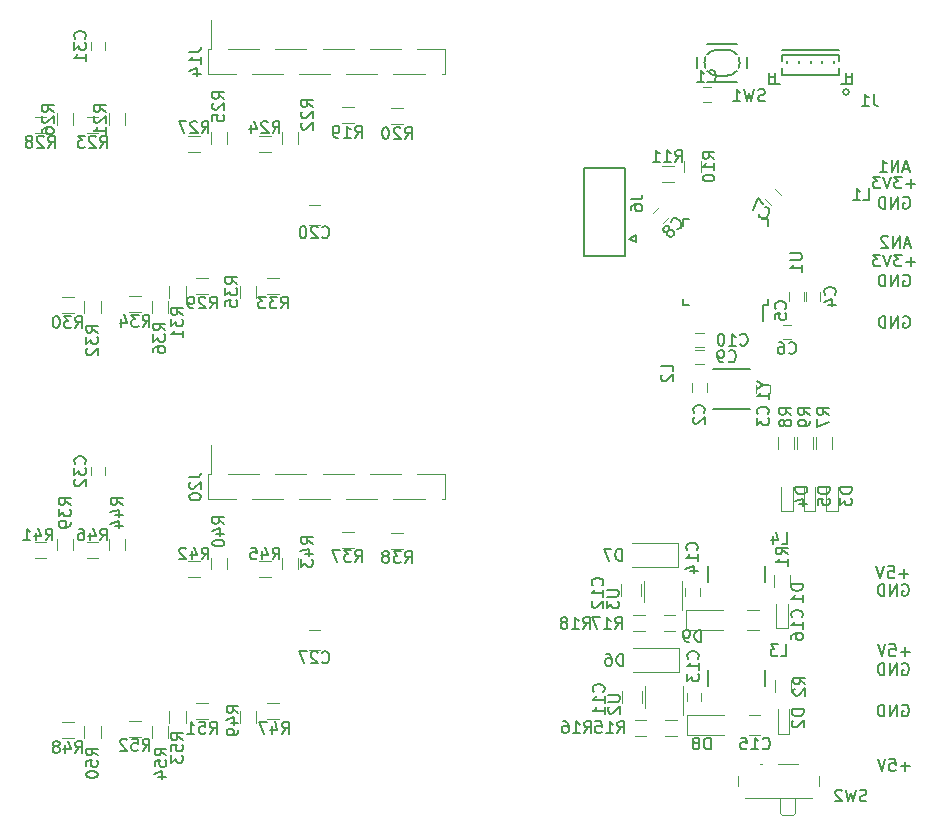
<source format=gbr>
G04 #@! TF.FileFunction,Legend,Bot*
%FSLAX46Y46*%
G04 Gerber Fmt 4.6, Leading zero omitted, Abs format (unit mm)*
G04 Created by KiCad (PCBNEW 4.0.6) date 04/07/17 01:03:08*
%MOMM*%
%LPD*%
G01*
G04 APERTURE LIST*
%ADD10C,0.100000*%
%ADD11C,0.200000*%
%ADD12C,0.120000*%
%ADD13C,0.150000*%
G04 APERTURE END LIST*
D10*
D11*
X195438095Y-74466667D02*
X194961904Y-74466667D01*
X195533333Y-74752381D02*
X195200000Y-73752381D01*
X194866666Y-74752381D01*
X194533333Y-74752381D02*
X194533333Y-73752381D01*
X193961904Y-74752381D01*
X193961904Y-73752381D01*
X193533333Y-73847619D02*
X193485714Y-73800000D01*
X193390476Y-73752381D01*
X193152380Y-73752381D01*
X193057142Y-73800000D01*
X193009523Y-73847619D01*
X192961904Y-73942857D01*
X192961904Y-74038095D01*
X193009523Y-74180952D01*
X193580952Y-74752381D01*
X192961904Y-74752381D01*
X195338095Y-68066667D02*
X194861904Y-68066667D01*
X195433333Y-68352381D02*
X195100000Y-67352381D01*
X194766666Y-68352381D01*
X194433333Y-68352381D02*
X194433333Y-67352381D01*
X193861904Y-68352381D01*
X193861904Y-67352381D01*
X192861904Y-68352381D02*
X193433333Y-68352381D01*
X193147619Y-68352381D02*
X193147619Y-67352381D01*
X193242857Y-67495238D01*
X193338095Y-67590476D01*
X193433333Y-67638095D01*
X195861905Y-69371429D02*
X195100000Y-69371429D01*
X195480952Y-69752381D02*
X195480952Y-68990476D01*
X194719048Y-68752381D02*
X194100000Y-68752381D01*
X194433334Y-69133333D01*
X194290476Y-69133333D01*
X194195238Y-69180952D01*
X194147619Y-69228571D01*
X194100000Y-69323810D01*
X194100000Y-69561905D01*
X194147619Y-69657143D01*
X194195238Y-69704762D01*
X194290476Y-69752381D01*
X194576191Y-69752381D01*
X194671429Y-69704762D01*
X194719048Y-69657143D01*
X193814286Y-68752381D02*
X193480953Y-69752381D01*
X193147619Y-68752381D01*
X192909524Y-68752381D02*
X192290476Y-68752381D01*
X192623810Y-69133333D01*
X192480952Y-69133333D01*
X192385714Y-69180952D01*
X192338095Y-69228571D01*
X192290476Y-69323810D01*
X192290476Y-69561905D01*
X192338095Y-69657143D01*
X192385714Y-69704762D01*
X192480952Y-69752381D01*
X192766667Y-69752381D01*
X192861905Y-69704762D01*
X192909524Y-69657143D01*
X195861905Y-75971429D02*
X195100000Y-75971429D01*
X195480952Y-76352381D02*
X195480952Y-75590476D01*
X194719048Y-75352381D02*
X194100000Y-75352381D01*
X194433334Y-75733333D01*
X194290476Y-75733333D01*
X194195238Y-75780952D01*
X194147619Y-75828571D01*
X194100000Y-75923810D01*
X194100000Y-76161905D01*
X194147619Y-76257143D01*
X194195238Y-76304762D01*
X194290476Y-76352381D01*
X194576191Y-76352381D01*
X194671429Y-76304762D01*
X194719048Y-76257143D01*
X193814286Y-75352381D02*
X193480953Y-76352381D01*
X193147619Y-75352381D01*
X192909524Y-75352381D02*
X192290476Y-75352381D01*
X192623810Y-75733333D01*
X192480952Y-75733333D01*
X192385714Y-75780952D01*
X192338095Y-75828571D01*
X192290476Y-75923810D01*
X192290476Y-76161905D01*
X192338095Y-76257143D01*
X192385714Y-76304762D01*
X192480952Y-76352381D01*
X192766667Y-76352381D01*
X192861905Y-76304762D01*
X192909524Y-76257143D01*
X194861904Y-70500000D02*
X194957142Y-70452381D01*
X195099999Y-70452381D01*
X195242857Y-70500000D01*
X195338095Y-70595238D01*
X195385714Y-70690476D01*
X195433333Y-70880952D01*
X195433333Y-71023810D01*
X195385714Y-71214286D01*
X195338095Y-71309524D01*
X195242857Y-71404762D01*
X195099999Y-71452381D01*
X195004761Y-71452381D01*
X194861904Y-71404762D01*
X194814285Y-71357143D01*
X194814285Y-71023810D01*
X195004761Y-71023810D01*
X194385714Y-71452381D02*
X194385714Y-70452381D01*
X193814285Y-71452381D01*
X193814285Y-70452381D01*
X193338095Y-71452381D02*
X193338095Y-70452381D01*
X193100000Y-70452381D01*
X192957142Y-70500000D01*
X192861904Y-70595238D01*
X192814285Y-70690476D01*
X192766666Y-70880952D01*
X192766666Y-71023810D01*
X192814285Y-71214286D01*
X192861904Y-71309524D01*
X192957142Y-71404762D01*
X193100000Y-71452381D01*
X193338095Y-71452381D01*
X194861904Y-77100000D02*
X194957142Y-77052381D01*
X195099999Y-77052381D01*
X195242857Y-77100000D01*
X195338095Y-77195238D01*
X195385714Y-77290476D01*
X195433333Y-77480952D01*
X195433333Y-77623810D01*
X195385714Y-77814286D01*
X195338095Y-77909524D01*
X195242857Y-78004762D01*
X195099999Y-78052381D01*
X195004761Y-78052381D01*
X194861904Y-78004762D01*
X194814285Y-77957143D01*
X194814285Y-77623810D01*
X195004761Y-77623810D01*
X194385714Y-78052381D02*
X194385714Y-77052381D01*
X193814285Y-78052381D01*
X193814285Y-77052381D01*
X193338095Y-78052381D02*
X193338095Y-77052381D01*
X193100000Y-77052381D01*
X192957142Y-77100000D01*
X192861904Y-77195238D01*
X192814285Y-77290476D01*
X192766666Y-77480952D01*
X192766666Y-77623810D01*
X192814285Y-77814286D01*
X192861904Y-77909524D01*
X192957142Y-78004762D01*
X193100000Y-78052381D01*
X193338095Y-78052381D01*
X194861904Y-80600000D02*
X194957142Y-80552381D01*
X195099999Y-80552381D01*
X195242857Y-80600000D01*
X195338095Y-80695238D01*
X195385714Y-80790476D01*
X195433333Y-80980952D01*
X195433333Y-81123810D01*
X195385714Y-81314286D01*
X195338095Y-81409524D01*
X195242857Y-81504762D01*
X195099999Y-81552381D01*
X195004761Y-81552381D01*
X194861904Y-81504762D01*
X194814285Y-81457143D01*
X194814285Y-81123810D01*
X195004761Y-81123810D01*
X194385714Y-81552381D02*
X194385714Y-80552381D01*
X193814285Y-81552381D01*
X193814285Y-80552381D01*
X193338095Y-81552381D02*
X193338095Y-80552381D01*
X193100000Y-80552381D01*
X192957142Y-80600000D01*
X192861904Y-80695238D01*
X192814285Y-80790476D01*
X192766666Y-80980952D01*
X192766666Y-81123810D01*
X192814285Y-81314286D01*
X192861904Y-81409524D01*
X192957142Y-81504762D01*
X193100000Y-81552381D01*
X193338095Y-81552381D01*
X194761904Y-103300000D02*
X194857142Y-103252381D01*
X194999999Y-103252381D01*
X195142857Y-103300000D01*
X195238095Y-103395238D01*
X195285714Y-103490476D01*
X195333333Y-103680952D01*
X195333333Y-103823810D01*
X195285714Y-104014286D01*
X195238095Y-104109524D01*
X195142857Y-104204762D01*
X194999999Y-104252381D01*
X194904761Y-104252381D01*
X194761904Y-104204762D01*
X194714285Y-104157143D01*
X194714285Y-103823810D01*
X194904761Y-103823810D01*
X194285714Y-104252381D02*
X194285714Y-103252381D01*
X193714285Y-104252381D01*
X193714285Y-103252381D01*
X193238095Y-104252381D02*
X193238095Y-103252381D01*
X193000000Y-103252381D01*
X192857142Y-103300000D01*
X192761904Y-103395238D01*
X192714285Y-103490476D01*
X192666666Y-103680952D01*
X192666666Y-103823810D01*
X192714285Y-104014286D01*
X192761904Y-104109524D01*
X192857142Y-104204762D01*
X193000000Y-104252381D01*
X193238095Y-104252381D01*
X195285714Y-102371429D02*
X194523809Y-102371429D01*
X194904761Y-102752381D02*
X194904761Y-101990476D01*
X193571428Y-101752381D02*
X194047619Y-101752381D01*
X194095238Y-102228571D01*
X194047619Y-102180952D01*
X193952381Y-102133333D01*
X193714285Y-102133333D01*
X193619047Y-102180952D01*
X193571428Y-102228571D01*
X193523809Y-102323810D01*
X193523809Y-102561905D01*
X193571428Y-102657143D01*
X193619047Y-102704762D01*
X193714285Y-102752381D01*
X193952381Y-102752381D01*
X194047619Y-102704762D01*
X194095238Y-102657143D01*
X193238095Y-101752381D02*
X192904762Y-102752381D01*
X192571428Y-101752381D01*
X195385714Y-108971429D02*
X194623809Y-108971429D01*
X195004761Y-109352381D02*
X195004761Y-108590476D01*
X193671428Y-108352381D02*
X194147619Y-108352381D01*
X194195238Y-108828571D01*
X194147619Y-108780952D01*
X194052381Y-108733333D01*
X193814285Y-108733333D01*
X193719047Y-108780952D01*
X193671428Y-108828571D01*
X193623809Y-108923810D01*
X193623809Y-109161905D01*
X193671428Y-109257143D01*
X193719047Y-109304762D01*
X193814285Y-109352381D01*
X194052381Y-109352381D01*
X194147619Y-109304762D01*
X194195238Y-109257143D01*
X193338095Y-108352381D02*
X193004762Y-109352381D01*
X192671428Y-108352381D01*
X194761904Y-110000000D02*
X194857142Y-109952381D01*
X194999999Y-109952381D01*
X195142857Y-110000000D01*
X195238095Y-110095238D01*
X195285714Y-110190476D01*
X195333333Y-110380952D01*
X195333333Y-110523810D01*
X195285714Y-110714286D01*
X195238095Y-110809524D01*
X195142857Y-110904762D01*
X194999999Y-110952381D01*
X194904761Y-110952381D01*
X194761904Y-110904762D01*
X194714285Y-110857143D01*
X194714285Y-110523810D01*
X194904761Y-110523810D01*
X194285714Y-110952381D02*
X194285714Y-109952381D01*
X193714285Y-110952381D01*
X193714285Y-109952381D01*
X193238095Y-110952381D02*
X193238095Y-109952381D01*
X193000000Y-109952381D01*
X192857142Y-110000000D01*
X192761904Y-110095238D01*
X192714285Y-110190476D01*
X192666666Y-110380952D01*
X192666666Y-110523810D01*
X192714285Y-110714286D01*
X192761904Y-110809524D01*
X192857142Y-110904762D01*
X193000000Y-110952381D01*
X193238095Y-110952381D01*
X194761904Y-113500000D02*
X194857142Y-113452381D01*
X194999999Y-113452381D01*
X195142857Y-113500000D01*
X195238095Y-113595238D01*
X195285714Y-113690476D01*
X195333333Y-113880952D01*
X195333333Y-114023810D01*
X195285714Y-114214286D01*
X195238095Y-114309524D01*
X195142857Y-114404762D01*
X194999999Y-114452381D01*
X194904761Y-114452381D01*
X194761904Y-114404762D01*
X194714285Y-114357143D01*
X194714285Y-114023810D01*
X194904761Y-114023810D01*
X194285714Y-114452381D02*
X194285714Y-113452381D01*
X193714285Y-114452381D01*
X193714285Y-113452381D01*
X193238095Y-114452381D02*
X193238095Y-113452381D01*
X193000000Y-113452381D01*
X192857142Y-113500000D01*
X192761904Y-113595238D01*
X192714285Y-113690476D01*
X192666666Y-113880952D01*
X192666666Y-114023810D01*
X192714285Y-114214286D01*
X192761904Y-114309524D01*
X192857142Y-114404762D01*
X193000000Y-114452381D01*
X193238095Y-114452381D01*
X195385714Y-118671429D02*
X194623809Y-118671429D01*
X195004761Y-119052381D02*
X195004761Y-118290476D01*
X193671428Y-118052381D02*
X194147619Y-118052381D01*
X194195238Y-118528571D01*
X194147619Y-118480952D01*
X194052381Y-118433333D01*
X193814285Y-118433333D01*
X193719047Y-118480952D01*
X193671428Y-118528571D01*
X193623809Y-118623810D01*
X193623809Y-118861905D01*
X193671428Y-118957143D01*
X193719047Y-119004762D01*
X193814285Y-119052381D01*
X194052381Y-119052381D01*
X194147619Y-119004762D01*
X194195238Y-118957143D01*
X193338095Y-118052381D02*
X193004762Y-119052381D01*
X192671428Y-118052381D01*
D12*
X136200000Y-93940000D02*
X135940000Y-93940000D01*
X135940000Y-93940000D02*
X135940000Y-96060000D01*
X135940000Y-96060000D02*
X136200000Y-96060000D01*
X155800000Y-93940000D02*
X156060000Y-93940000D01*
X156060000Y-93940000D02*
X156060000Y-96060000D01*
X156060000Y-96060000D02*
X155800000Y-96060000D01*
X135940000Y-96060000D02*
X138320000Y-96060000D01*
X136200000Y-93940000D02*
X136200000Y-91500000D01*
X139680000Y-96060000D02*
X142320000Y-96060000D01*
X143680000Y-96060000D02*
X146320000Y-96060000D01*
X147680000Y-96060000D02*
X150320000Y-96060000D01*
X151680000Y-96060000D02*
X154320000Y-96060000D01*
X137680000Y-93940000D02*
X140320000Y-93940000D01*
X141680000Y-93940000D02*
X144320000Y-93940000D01*
X145680000Y-93940000D02*
X148320000Y-93940000D01*
X149680000Y-93940000D02*
X152320000Y-93940000D01*
X153680000Y-93940000D02*
X156060000Y-93940000D01*
X183128249Y-70676777D02*
X183623223Y-71171751D01*
X184471751Y-70323223D02*
X183976777Y-69828249D01*
D13*
X183425000Y-79625000D02*
X182975000Y-79625000D01*
X183425000Y-72375000D02*
X182900000Y-72375000D01*
X176175000Y-72375000D02*
X176700000Y-72375000D01*
X176175000Y-79625000D02*
X176700000Y-79625000D01*
X183425000Y-79625000D02*
X183425000Y-79100000D01*
X176175000Y-79625000D02*
X176175000Y-79100000D01*
X176175000Y-72375000D02*
X176175000Y-72900000D01*
X183425000Y-72375000D02*
X183425000Y-72900000D01*
X182975000Y-79625000D02*
X182975000Y-81000000D01*
D12*
X178550000Y-61200000D02*
X177850000Y-61200000D01*
X177850000Y-62400000D02*
X178550000Y-62400000D01*
X178200000Y-86950000D02*
X178200000Y-86250000D01*
X177000000Y-86250000D02*
X177000000Y-86950000D01*
X183600000Y-87050000D02*
X183600000Y-86350000D01*
X182400000Y-86350000D02*
X182400000Y-87050000D01*
X187800000Y-79250000D02*
X187800000Y-78550000D01*
X186600000Y-78550000D02*
X186600000Y-79250000D01*
X185200000Y-78550000D02*
X185200000Y-79250000D01*
X186400000Y-79250000D02*
X186400000Y-78550000D01*
X185350000Y-81300000D02*
X184650000Y-81300000D01*
X184650000Y-82500000D02*
X185350000Y-82500000D01*
X174476777Y-72671751D02*
X174971751Y-72176777D01*
X174123223Y-71328249D02*
X173628249Y-71823223D01*
X177950000Y-83400000D02*
X177250000Y-83400000D01*
X177250000Y-84600000D02*
X177950000Y-84600000D01*
X177950000Y-82000000D02*
X177250000Y-82000000D01*
X177250000Y-83200000D02*
X177950000Y-83200000D01*
X171050000Y-113300000D02*
X171050000Y-112300000D01*
X172750000Y-112300000D02*
X172750000Y-113300000D01*
X170950000Y-104250000D02*
X170950000Y-103250000D01*
X172650000Y-103250000D02*
X172650000Y-104250000D01*
X177700000Y-113150000D02*
X177700000Y-112450000D01*
X176500000Y-112450000D02*
X176500000Y-113150000D01*
X177600000Y-104250000D02*
X177600000Y-103550000D01*
X176400000Y-103550000D02*
X176400000Y-104250000D01*
X182750000Y-116050000D02*
X181750000Y-116050000D01*
X181750000Y-114350000D02*
X182750000Y-114350000D01*
X182650000Y-107150000D02*
X181650000Y-107150000D01*
X181650000Y-105450000D02*
X182650000Y-105450000D01*
X185100000Y-107000000D02*
X184100000Y-107000000D01*
X184100000Y-107000000D02*
X184100000Y-104900000D01*
X185100000Y-107000000D02*
X185100000Y-104900000D01*
X185200000Y-115900000D02*
X184200000Y-115900000D01*
X184200000Y-115900000D02*
X184200000Y-113800000D01*
X185200000Y-115900000D02*
X185200000Y-113800000D01*
X189300000Y-97100000D02*
X188300000Y-97100000D01*
X188300000Y-97100000D02*
X188300000Y-95000000D01*
X189300000Y-97100000D02*
X189300000Y-95000000D01*
X185500000Y-97100000D02*
X184500000Y-97100000D01*
X184500000Y-97100000D02*
X184500000Y-95000000D01*
X185500000Y-97100000D02*
X185500000Y-95000000D01*
X187400000Y-97100000D02*
X186400000Y-97100000D01*
X186400000Y-97100000D02*
X186400000Y-95000000D01*
X187400000Y-97100000D02*
X187400000Y-95000000D01*
X175900000Y-108700000D02*
X175900000Y-110700000D01*
X175900000Y-110700000D02*
X172000000Y-110700000D01*
X175900000Y-108700000D02*
X172000000Y-108700000D01*
X175800000Y-99800000D02*
X175800000Y-101800000D01*
X175800000Y-101800000D02*
X171900000Y-101800000D01*
X175800000Y-99800000D02*
X171900000Y-99800000D01*
X176550000Y-116050000D02*
X176550000Y-114350000D01*
X176550000Y-114350000D02*
X179700000Y-114350000D01*
X176550000Y-116050000D02*
X179700000Y-116050000D01*
X176450000Y-107150000D02*
X176450000Y-105450000D01*
X176450000Y-105450000D02*
X179600000Y-105450000D01*
X176450000Y-107150000D02*
X179600000Y-107150000D01*
D13*
X183100000Y-110550000D02*
X183100000Y-111850000D01*
X178300000Y-111850000D02*
X178300000Y-110550000D01*
X183100000Y-101750000D02*
X183100000Y-103050000D01*
X178300000Y-103050000D02*
X178300000Y-101750000D01*
D12*
X185280000Y-103500000D02*
X185280000Y-102500000D01*
X183920000Y-102500000D02*
X183920000Y-103500000D01*
X185380000Y-112400000D02*
X185380000Y-111400000D01*
X184020000Y-111400000D02*
X184020000Y-112400000D01*
X188780000Y-91800000D02*
X188780000Y-90800000D01*
X187420000Y-90800000D02*
X187420000Y-91800000D01*
X185580000Y-91800000D02*
X185580000Y-90800000D01*
X184220000Y-90800000D02*
X184220000Y-91800000D01*
X187180000Y-91800000D02*
X187180000Y-90800000D01*
X185820000Y-90800000D02*
X185820000Y-91800000D01*
X177680000Y-68400000D02*
X177680000Y-67400000D01*
X176320000Y-67400000D02*
X176320000Y-68400000D01*
X174400000Y-69180000D02*
X175400000Y-69180000D01*
X175400000Y-67820000D02*
X174400000Y-67820000D01*
X174650000Y-116130000D02*
X175650000Y-116130000D01*
X175650000Y-114770000D02*
X174650000Y-114770000D01*
X172100000Y-116130000D02*
X173100000Y-116130000D01*
X173100000Y-114770000D02*
X172100000Y-114770000D01*
X174550000Y-107230000D02*
X175550000Y-107230000D01*
X175550000Y-105870000D02*
X174550000Y-105870000D01*
X172000000Y-107230000D02*
X173000000Y-107230000D01*
X173000000Y-105870000D02*
X172000000Y-105870000D01*
D13*
X180750000Y-57500000D02*
X178250000Y-57500000D01*
X180750000Y-60700000D02*
X178250000Y-60700000D01*
X177400000Y-58650000D02*
X177400000Y-59550000D01*
X181600000Y-58650000D02*
X181600000Y-59550000D01*
X179900000Y-58000000D02*
X179100000Y-58000000D01*
X179900000Y-60200000D02*
X179100000Y-60200000D01*
X178100000Y-59550000D02*
G75*
G02X178100000Y-58650000I1000000J450000D01*
G01*
X179100000Y-60201136D02*
G75*
G02X178250000Y-59800000I0J1101136D01*
G01*
X178100000Y-59550000D02*
G75*
G02X178100000Y-58650000I1000000J450000D01*
G01*
X178250877Y-58400722D02*
G75*
G02X179100000Y-58000000I849123J-699278D01*
G01*
X180749123Y-59799278D02*
G75*
G02X179900000Y-60200000I-849123J699278D01*
G01*
X180910652Y-58674462D02*
G75*
G02X180900000Y-59550000I-1010652J-425538D01*
G01*
X179900000Y-57998864D02*
G75*
G02X180750000Y-58400000I0J-1101136D01*
G01*
D12*
X182900000Y-118480000D02*
X182700000Y-118480000D01*
X185700000Y-122620000D02*
X185500000Y-122830000D01*
X184400000Y-122620000D02*
X184600000Y-122830000D01*
X185700000Y-121330000D02*
X185700000Y-122620000D01*
X185500000Y-122830000D02*
X184600000Y-122830000D01*
X184400000Y-122620000D02*
X184400000Y-121330000D01*
X187150000Y-121330000D02*
X181450000Y-121330000D01*
X185900000Y-118480000D02*
X184200000Y-118480000D01*
X187750000Y-119530000D02*
X187750000Y-120320000D01*
X180850000Y-120320000D02*
X180850000Y-119530000D01*
X172990000Y-113700000D02*
X172990000Y-111900000D01*
X176210000Y-111900000D02*
X176210000Y-114350000D01*
X172890000Y-104800000D02*
X172890000Y-103000000D01*
X176110000Y-103000000D02*
X176110000Y-105450000D01*
D13*
X181900000Y-85000000D02*
X178700000Y-85000000D01*
X178700000Y-88400000D02*
X181900000Y-88400000D01*
D12*
X145500000Y-72850000D02*
X144500000Y-72850000D01*
X144500000Y-71150000D02*
X145500000Y-71150000D01*
X145500000Y-108850000D02*
X144500000Y-108850000D01*
X144500000Y-107150000D02*
X145500000Y-107150000D01*
X136200000Y-57940000D02*
X135940000Y-57940000D01*
X135940000Y-57940000D02*
X135940000Y-60060000D01*
X135940000Y-60060000D02*
X136200000Y-60060000D01*
X155800000Y-57940000D02*
X156060000Y-57940000D01*
X156060000Y-57940000D02*
X156060000Y-60060000D01*
X156060000Y-60060000D02*
X155800000Y-60060000D01*
X135940000Y-60060000D02*
X138320000Y-60060000D01*
X136200000Y-57940000D02*
X136200000Y-55500000D01*
X139680000Y-60060000D02*
X142320000Y-60060000D01*
X143680000Y-60060000D02*
X146320000Y-60060000D01*
X147680000Y-60060000D02*
X150320000Y-60060000D01*
X151680000Y-60060000D02*
X154320000Y-60060000D01*
X137680000Y-57940000D02*
X140320000Y-57940000D01*
X141680000Y-57940000D02*
X144320000Y-57940000D01*
X145680000Y-57940000D02*
X148320000Y-57940000D01*
X149680000Y-57940000D02*
X152320000Y-57940000D01*
X153680000Y-57940000D02*
X156060000Y-57940000D01*
X147300000Y-64180000D02*
X148300000Y-64180000D01*
X148300000Y-62820000D02*
X147300000Y-62820000D01*
X151500000Y-64280000D02*
X152500000Y-64280000D01*
X152500000Y-62920000D02*
X151500000Y-62920000D01*
X128980000Y-64400000D02*
X128980000Y-63400000D01*
X127620000Y-63400000D02*
X127620000Y-64400000D01*
X143580000Y-66000000D02*
X143580000Y-65000000D01*
X142220000Y-65000000D02*
X142220000Y-66000000D01*
X126700000Y-63720000D02*
X125700000Y-63720000D01*
X125700000Y-65080000D02*
X126700000Y-65080000D01*
X141300000Y-65320000D02*
X140300000Y-65320000D01*
X140300000Y-66680000D02*
X141300000Y-66680000D01*
X129300000Y-80180000D02*
X130300000Y-80180000D01*
X130300000Y-78820000D02*
X129300000Y-78820000D01*
X142000000Y-77320000D02*
X141000000Y-77320000D01*
X141000000Y-78680000D02*
X142000000Y-78680000D01*
X132580000Y-80300000D02*
X132580000Y-79300000D01*
X131220000Y-79300000D02*
X131220000Y-80300000D01*
X140080000Y-79000000D02*
X140080000Y-78000000D01*
X138720000Y-78000000D02*
X138720000Y-79000000D01*
X147300000Y-100180000D02*
X148300000Y-100180000D01*
X148300000Y-98820000D02*
X147300000Y-98820000D01*
X151500000Y-100280000D02*
X152500000Y-100280000D01*
X152500000Y-98920000D02*
X151500000Y-98920000D01*
X124580000Y-100400000D02*
X124580000Y-99400000D01*
X123220000Y-99400000D02*
X123220000Y-100400000D01*
X137580000Y-102000000D02*
X137580000Y-101000000D01*
X136220000Y-101000000D02*
X136220000Y-102000000D01*
X122300000Y-99720000D02*
X121300000Y-99720000D01*
X121300000Y-101080000D02*
X122300000Y-101080000D01*
X135300000Y-101320000D02*
X134300000Y-101320000D01*
X134300000Y-102680000D02*
X135300000Y-102680000D01*
X129300000Y-116180000D02*
X130300000Y-116180000D01*
X130300000Y-114820000D02*
X129300000Y-114820000D01*
X136000000Y-113320000D02*
X135000000Y-113320000D01*
X135000000Y-114680000D02*
X136000000Y-114680000D01*
X132580000Y-116300000D02*
X132580000Y-115300000D01*
X131220000Y-115300000D02*
X131220000Y-116300000D01*
X134080000Y-115000000D02*
X134080000Y-114000000D01*
X132720000Y-114000000D02*
X132720000Y-115000000D01*
X137580000Y-66000000D02*
X137580000Y-65000000D01*
X136220000Y-65000000D02*
X136220000Y-66000000D01*
X124580000Y-64400000D02*
X124580000Y-63400000D01*
X123220000Y-63400000D02*
X123220000Y-64400000D01*
X135300000Y-65320000D02*
X134300000Y-65320000D01*
X134300000Y-66680000D02*
X135300000Y-66680000D01*
X122300000Y-63720000D02*
X121300000Y-63720000D01*
X121300000Y-65080000D02*
X122300000Y-65080000D01*
X136000000Y-77320000D02*
X135000000Y-77320000D01*
X135000000Y-78680000D02*
X136000000Y-78680000D01*
X123600000Y-80280000D02*
X124600000Y-80280000D01*
X124600000Y-78920000D02*
X123600000Y-78920000D01*
X134080000Y-79000000D02*
X134080000Y-78000000D01*
X132720000Y-78000000D02*
X132720000Y-79000000D01*
X126880000Y-80300000D02*
X126880000Y-79300000D01*
X125520000Y-79300000D02*
X125520000Y-80300000D01*
X143580000Y-102000000D02*
X143580000Y-101000000D01*
X142220000Y-101000000D02*
X142220000Y-102000000D01*
X128980000Y-100400000D02*
X128980000Y-99400000D01*
X127620000Y-99400000D02*
X127620000Y-100400000D01*
X141300000Y-101320000D02*
X140300000Y-101320000D01*
X140300000Y-102680000D02*
X141300000Y-102680000D01*
X126700000Y-99720000D02*
X125700000Y-99720000D01*
X125700000Y-101080000D02*
X126700000Y-101080000D01*
X141950000Y-113320000D02*
X140950000Y-113320000D01*
X140950000Y-114680000D02*
X141950000Y-114680000D01*
X123600000Y-116280000D02*
X124600000Y-116280000D01*
X124600000Y-114920000D02*
X123600000Y-114920000D01*
X140080000Y-115000000D02*
X140080000Y-114000000D01*
X138720000Y-114000000D02*
X138720000Y-115000000D01*
X126880000Y-116300000D02*
X126880000Y-115300000D01*
X125520000Y-115300000D02*
X125520000Y-116300000D01*
X126100000Y-57350000D02*
X126100000Y-58050000D01*
X127300000Y-58050000D02*
X127300000Y-57350000D01*
X126100000Y-93350000D02*
X126100000Y-94050000D01*
X127300000Y-94050000D02*
X127300000Y-93350000D01*
D13*
X185000000Y-58937500D02*
X185000000Y-59137500D01*
X186000000Y-58937500D02*
X186000000Y-59137500D01*
X187000000Y-58937500D02*
X187000000Y-59137500D01*
X188000000Y-58937500D02*
X188000000Y-59137500D01*
X189000000Y-58937500D02*
X189000000Y-59137500D01*
X184600000Y-60187500D02*
X184600000Y-59537500D01*
X189400000Y-60187500D02*
X184600000Y-60187500D01*
X189400000Y-59537500D02*
X189400000Y-60187500D01*
X184600000Y-58437500D02*
X184600000Y-58937500D01*
X189400000Y-58437500D02*
X184600000Y-58437500D01*
X189400000Y-58937500D02*
X189400000Y-58437500D01*
X183500000Y-60337500D02*
X184000000Y-60337500D01*
X183500000Y-60337500D02*
X183500000Y-60337500D01*
X184000000Y-60337500D02*
X183500000Y-60337500D01*
X184000000Y-60337500D02*
X184000000Y-60337500D01*
X184000000Y-60937500D02*
X184000000Y-60937500D01*
X184000000Y-59937500D02*
X184000000Y-60937500D01*
X184000000Y-59937500D02*
X184000000Y-59937500D01*
X184000000Y-60937500D02*
X184000000Y-59937500D01*
X183500000Y-60937500D02*
X184400000Y-60937500D01*
X183500000Y-59937500D02*
X183500000Y-60937500D01*
X190500000Y-60337500D02*
X190000000Y-60337500D01*
X190500000Y-60337500D02*
X190500000Y-60337500D01*
X190000000Y-60337500D02*
X190500000Y-60337500D01*
X190000000Y-60337500D02*
X190000000Y-60337500D01*
X190000000Y-60937500D02*
X190000000Y-60937500D01*
X190000000Y-59937500D02*
X190000000Y-60937500D01*
X190000000Y-59937500D02*
X190000000Y-59937500D01*
X190000000Y-60937500D02*
X190000000Y-59937500D01*
X190500000Y-60937500D02*
X189600000Y-60937500D01*
X190500000Y-59937500D02*
X190500000Y-60937500D01*
X189400000Y-58037500D02*
X184600000Y-58037500D01*
X190250000Y-61587500D02*
G75*
G03X190250000Y-61587500I-250000J0D01*
G01*
X171600000Y-74000000D02*
X172200000Y-73700000D01*
X172200000Y-73700000D02*
X172200000Y-74300000D01*
X172200000Y-74300000D02*
X171600000Y-74000000D01*
X167800000Y-68000000D02*
X167800000Y-75500000D01*
X171300000Y-68000000D02*
X167800000Y-68000000D01*
X171300000Y-75500000D02*
X171300000Y-68000000D01*
X171300000Y-75500000D02*
X167800000Y-75500000D01*
X134392381Y-94190477D02*
X135106667Y-94190477D01*
X135249524Y-94142857D01*
X135344762Y-94047619D01*
X135392381Y-93904762D01*
X135392381Y-93809524D01*
X134487619Y-94619048D02*
X134440000Y-94666667D01*
X134392381Y-94761905D01*
X134392381Y-95000001D01*
X134440000Y-95095239D01*
X134487619Y-95142858D01*
X134582857Y-95190477D01*
X134678095Y-95190477D01*
X134820952Y-95142858D01*
X135392381Y-94571429D01*
X135392381Y-95190477D01*
X134392381Y-95809524D02*
X134392381Y-95904763D01*
X134440000Y-96000001D01*
X134487619Y-96047620D01*
X134582857Y-96095239D01*
X134773333Y-96142858D01*
X135011429Y-96142858D01*
X135201905Y-96095239D01*
X135297143Y-96047620D01*
X135344762Y-96000001D01*
X135392381Y-95904763D01*
X135392381Y-95809524D01*
X135344762Y-95714286D01*
X135297143Y-95666667D01*
X135201905Y-95619048D01*
X135011429Y-95571429D01*
X134773333Y-95571429D01*
X134582857Y-95619048D01*
X134487619Y-95666667D01*
X134440000Y-95714286D01*
X134392381Y-95809524D01*
X182604652Y-71931049D02*
X182604652Y-71998392D01*
X182671996Y-72133079D01*
X182739339Y-72200423D01*
X182874027Y-72267767D01*
X183008714Y-72267767D01*
X183109729Y-72234095D01*
X183278087Y-72133080D01*
X183379103Y-72032064D01*
X183480118Y-71863705D01*
X183513790Y-71762690D01*
X183513790Y-71628003D01*
X183446446Y-71493316D01*
X183379103Y-71425972D01*
X183244416Y-71358629D01*
X183177072Y-71358629D01*
X183008714Y-71055584D02*
X182537309Y-70584179D01*
X182133248Y-71594332D01*
X185252381Y-75238095D02*
X186061905Y-75238095D01*
X186157143Y-75285714D01*
X186204762Y-75333333D01*
X186252381Y-75428571D01*
X186252381Y-75619048D01*
X186204762Y-75714286D01*
X186157143Y-75761905D01*
X186061905Y-75809524D01*
X185252381Y-75809524D01*
X186252381Y-76809524D02*
X186252381Y-76238095D01*
X186252381Y-76523809D02*
X185252381Y-76523809D01*
X185395238Y-76428571D01*
X185490476Y-76333333D01*
X185538095Y-76238095D01*
X178366666Y-60657143D02*
X178414285Y-60704762D01*
X178557142Y-60752381D01*
X178652380Y-60752381D01*
X178795238Y-60704762D01*
X178890476Y-60609524D01*
X178938095Y-60514286D01*
X178985714Y-60323810D01*
X178985714Y-60180952D01*
X178938095Y-59990476D01*
X178890476Y-59895238D01*
X178795238Y-59800000D01*
X178652380Y-59752381D01*
X178557142Y-59752381D01*
X178414285Y-59800000D01*
X178366666Y-59847619D01*
X177414285Y-60752381D02*
X177985714Y-60752381D01*
X177700000Y-60752381D02*
X177700000Y-59752381D01*
X177795238Y-59895238D01*
X177890476Y-59990476D01*
X177985714Y-60038095D01*
X177957143Y-88733334D02*
X178004762Y-88685715D01*
X178052381Y-88542858D01*
X178052381Y-88447620D01*
X178004762Y-88304762D01*
X177909524Y-88209524D01*
X177814286Y-88161905D01*
X177623810Y-88114286D01*
X177480952Y-88114286D01*
X177290476Y-88161905D01*
X177195238Y-88209524D01*
X177100000Y-88304762D01*
X177052381Y-88447620D01*
X177052381Y-88542858D01*
X177100000Y-88685715D01*
X177147619Y-88733334D01*
X177147619Y-89114286D02*
X177100000Y-89161905D01*
X177052381Y-89257143D01*
X177052381Y-89495239D01*
X177100000Y-89590477D01*
X177147619Y-89638096D01*
X177242857Y-89685715D01*
X177338095Y-89685715D01*
X177480952Y-89638096D01*
X178052381Y-89066667D01*
X178052381Y-89685715D01*
X183357143Y-88833334D02*
X183404762Y-88785715D01*
X183452381Y-88642858D01*
X183452381Y-88547620D01*
X183404762Y-88404762D01*
X183309524Y-88309524D01*
X183214286Y-88261905D01*
X183023810Y-88214286D01*
X182880952Y-88214286D01*
X182690476Y-88261905D01*
X182595238Y-88309524D01*
X182500000Y-88404762D01*
X182452381Y-88547620D01*
X182452381Y-88642858D01*
X182500000Y-88785715D01*
X182547619Y-88833334D01*
X182452381Y-89166667D02*
X182452381Y-89785715D01*
X182833333Y-89452381D01*
X182833333Y-89595239D01*
X182880952Y-89690477D01*
X182928571Y-89738096D01*
X183023810Y-89785715D01*
X183261905Y-89785715D01*
X183357143Y-89738096D01*
X183404762Y-89690477D01*
X183452381Y-89595239D01*
X183452381Y-89309524D01*
X183404762Y-89214286D01*
X183357143Y-89166667D01*
X189057143Y-78733334D02*
X189104762Y-78685715D01*
X189152381Y-78542858D01*
X189152381Y-78447620D01*
X189104762Y-78304762D01*
X189009524Y-78209524D01*
X188914286Y-78161905D01*
X188723810Y-78114286D01*
X188580952Y-78114286D01*
X188390476Y-78161905D01*
X188295238Y-78209524D01*
X188200000Y-78304762D01*
X188152381Y-78447620D01*
X188152381Y-78542858D01*
X188200000Y-78685715D01*
X188247619Y-78733334D01*
X188485714Y-79590477D02*
X189152381Y-79590477D01*
X188104762Y-79352381D02*
X188819048Y-79114286D01*
X188819048Y-79733334D01*
X184857143Y-79933334D02*
X184904762Y-79885715D01*
X184952381Y-79742858D01*
X184952381Y-79647620D01*
X184904762Y-79504762D01*
X184809524Y-79409524D01*
X184714286Y-79361905D01*
X184523810Y-79314286D01*
X184380952Y-79314286D01*
X184190476Y-79361905D01*
X184095238Y-79409524D01*
X184000000Y-79504762D01*
X183952381Y-79647620D01*
X183952381Y-79742858D01*
X184000000Y-79885715D01*
X184047619Y-79933334D01*
X183952381Y-80838096D02*
X183952381Y-80361905D01*
X184428571Y-80314286D01*
X184380952Y-80361905D01*
X184333333Y-80457143D01*
X184333333Y-80695239D01*
X184380952Y-80790477D01*
X184428571Y-80838096D01*
X184523810Y-80885715D01*
X184761905Y-80885715D01*
X184857143Y-80838096D01*
X184904762Y-80790477D01*
X184952381Y-80695239D01*
X184952381Y-80457143D01*
X184904762Y-80361905D01*
X184857143Y-80314286D01*
X185166666Y-83657143D02*
X185214285Y-83704762D01*
X185357142Y-83752381D01*
X185452380Y-83752381D01*
X185595238Y-83704762D01*
X185690476Y-83609524D01*
X185738095Y-83514286D01*
X185785714Y-83323810D01*
X185785714Y-83180952D01*
X185738095Y-82990476D01*
X185690476Y-82895238D01*
X185595238Y-82800000D01*
X185452380Y-82752381D01*
X185357142Y-82752381D01*
X185214285Y-82800000D01*
X185166666Y-82847619D01*
X184309523Y-82752381D02*
X184500000Y-82752381D01*
X184595238Y-82800000D01*
X184642857Y-82847619D01*
X184738095Y-82990476D01*
X184785714Y-83180952D01*
X184785714Y-83561905D01*
X184738095Y-83657143D01*
X184690476Y-83704762D01*
X184595238Y-83752381D01*
X184404761Y-83752381D01*
X184309523Y-83704762D01*
X184261904Y-83657143D01*
X184214285Y-83561905D01*
X184214285Y-83323810D01*
X184261904Y-83228571D01*
X184309523Y-83180952D01*
X184404761Y-83133333D01*
X184595238Y-83133333D01*
X184690476Y-83180952D01*
X184738095Y-83228571D01*
X184785714Y-83323810D01*
X175731049Y-73195348D02*
X175798392Y-73195348D01*
X175933079Y-73128004D01*
X176000423Y-73060661D01*
X176067767Y-72925973D01*
X176067767Y-72791286D01*
X176034095Y-72690271D01*
X175933080Y-72521913D01*
X175832064Y-72420897D01*
X175663705Y-72319882D01*
X175562690Y-72286210D01*
X175428003Y-72286210D01*
X175293316Y-72353554D01*
X175225972Y-72420897D01*
X175158629Y-72555584D01*
X175158629Y-72622928D01*
X174990270Y-73262690D02*
X175023942Y-73161675D01*
X175023942Y-73094332D01*
X174990270Y-72993317D01*
X174956599Y-72959645D01*
X174855584Y-72925973D01*
X174788240Y-72925973D01*
X174687225Y-72959645D01*
X174552537Y-73094332D01*
X174518866Y-73195348D01*
X174518866Y-73262691D01*
X174552537Y-73363706D01*
X174586209Y-73397378D01*
X174687224Y-73431050D01*
X174754568Y-73431050D01*
X174855583Y-73397378D01*
X174990270Y-73262690D01*
X175091286Y-73229019D01*
X175158629Y-73229019D01*
X175259645Y-73262691D01*
X175394332Y-73397378D01*
X175428003Y-73498393D01*
X175428003Y-73565736D01*
X175394332Y-73666752D01*
X175259644Y-73801439D01*
X175158629Y-73835111D01*
X175091286Y-73835111D01*
X174990270Y-73801439D01*
X174855584Y-73666752D01*
X174821911Y-73565736D01*
X174821911Y-73498393D01*
X174855583Y-73397378D01*
X180066666Y-84357143D02*
X180114285Y-84404762D01*
X180257142Y-84452381D01*
X180352380Y-84452381D01*
X180495238Y-84404762D01*
X180590476Y-84309524D01*
X180638095Y-84214286D01*
X180685714Y-84023810D01*
X180685714Y-83880952D01*
X180638095Y-83690476D01*
X180590476Y-83595238D01*
X180495238Y-83500000D01*
X180352380Y-83452381D01*
X180257142Y-83452381D01*
X180114285Y-83500000D01*
X180066666Y-83547619D01*
X179590476Y-84452381D02*
X179400000Y-84452381D01*
X179304761Y-84404762D01*
X179257142Y-84357143D01*
X179161904Y-84214286D01*
X179114285Y-84023810D01*
X179114285Y-83642857D01*
X179161904Y-83547619D01*
X179209523Y-83500000D01*
X179304761Y-83452381D01*
X179495238Y-83452381D01*
X179590476Y-83500000D01*
X179638095Y-83547619D01*
X179685714Y-83642857D01*
X179685714Y-83880952D01*
X179638095Y-83976190D01*
X179590476Y-84023810D01*
X179495238Y-84071429D01*
X179304761Y-84071429D01*
X179209523Y-84023810D01*
X179161904Y-83976190D01*
X179114285Y-83880952D01*
X181042857Y-82957143D02*
X181090476Y-83004762D01*
X181233333Y-83052381D01*
X181328571Y-83052381D01*
X181471429Y-83004762D01*
X181566667Y-82909524D01*
X181614286Y-82814286D01*
X181661905Y-82623810D01*
X181661905Y-82480952D01*
X181614286Y-82290476D01*
X181566667Y-82195238D01*
X181471429Y-82100000D01*
X181328571Y-82052381D01*
X181233333Y-82052381D01*
X181090476Y-82100000D01*
X181042857Y-82147619D01*
X180090476Y-83052381D02*
X180661905Y-83052381D01*
X180376191Y-83052381D02*
X180376191Y-82052381D01*
X180471429Y-82195238D01*
X180566667Y-82290476D01*
X180661905Y-82338095D01*
X179471429Y-82052381D02*
X179376190Y-82052381D01*
X179280952Y-82100000D01*
X179233333Y-82147619D01*
X179185714Y-82242857D01*
X179138095Y-82433333D01*
X179138095Y-82671429D01*
X179185714Y-82861905D01*
X179233333Y-82957143D01*
X179280952Y-83004762D01*
X179376190Y-83052381D01*
X179471429Y-83052381D01*
X179566667Y-83004762D01*
X179614286Y-82957143D01*
X179661905Y-82861905D01*
X179709524Y-82671429D01*
X179709524Y-82433333D01*
X179661905Y-82242857D01*
X179614286Y-82147619D01*
X179566667Y-82100000D01*
X179471429Y-82052381D01*
X169457143Y-112357143D02*
X169504762Y-112309524D01*
X169552381Y-112166667D01*
X169552381Y-112071429D01*
X169504762Y-111928571D01*
X169409524Y-111833333D01*
X169314286Y-111785714D01*
X169123810Y-111738095D01*
X168980952Y-111738095D01*
X168790476Y-111785714D01*
X168695238Y-111833333D01*
X168600000Y-111928571D01*
X168552381Y-112071429D01*
X168552381Y-112166667D01*
X168600000Y-112309524D01*
X168647619Y-112357143D01*
X169552381Y-113309524D02*
X169552381Y-112738095D01*
X169552381Y-113023809D02*
X168552381Y-113023809D01*
X168695238Y-112928571D01*
X168790476Y-112833333D01*
X168838095Y-112738095D01*
X169552381Y-114261905D02*
X169552381Y-113690476D01*
X169552381Y-113976190D02*
X168552381Y-113976190D01*
X168695238Y-113880952D01*
X168790476Y-113785714D01*
X168838095Y-113690476D01*
X169357143Y-103357143D02*
X169404762Y-103309524D01*
X169452381Y-103166667D01*
X169452381Y-103071429D01*
X169404762Y-102928571D01*
X169309524Y-102833333D01*
X169214286Y-102785714D01*
X169023810Y-102738095D01*
X168880952Y-102738095D01*
X168690476Y-102785714D01*
X168595238Y-102833333D01*
X168500000Y-102928571D01*
X168452381Y-103071429D01*
X168452381Y-103166667D01*
X168500000Y-103309524D01*
X168547619Y-103357143D01*
X169452381Y-104309524D02*
X169452381Y-103738095D01*
X169452381Y-104023809D02*
X168452381Y-104023809D01*
X168595238Y-103928571D01*
X168690476Y-103833333D01*
X168738095Y-103738095D01*
X168547619Y-104690476D02*
X168500000Y-104738095D01*
X168452381Y-104833333D01*
X168452381Y-105071429D01*
X168500000Y-105166667D01*
X168547619Y-105214286D01*
X168642857Y-105261905D01*
X168738095Y-105261905D01*
X168880952Y-105214286D01*
X169452381Y-104642857D01*
X169452381Y-105261905D01*
X177457143Y-109557143D02*
X177504762Y-109509524D01*
X177552381Y-109366667D01*
X177552381Y-109271429D01*
X177504762Y-109128571D01*
X177409524Y-109033333D01*
X177314286Y-108985714D01*
X177123810Y-108938095D01*
X176980952Y-108938095D01*
X176790476Y-108985714D01*
X176695238Y-109033333D01*
X176600000Y-109128571D01*
X176552381Y-109271429D01*
X176552381Y-109366667D01*
X176600000Y-109509524D01*
X176647619Y-109557143D01*
X177552381Y-110509524D02*
X177552381Y-109938095D01*
X177552381Y-110223809D02*
X176552381Y-110223809D01*
X176695238Y-110128571D01*
X176790476Y-110033333D01*
X176838095Y-109938095D01*
X176552381Y-110842857D02*
X176552381Y-111461905D01*
X176933333Y-111128571D01*
X176933333Y-111271429D01*
X176980952Y-111366667D01*
X177028571Y-111414286D01*
X177123810Y-111461905D01*
X177361905Y-111461905D01*
X177457143Y-111414286D01*
X177504762Y-111366667D01*
X177552381Y-111271429D01*
X177552381Y-110985714D01*
X177504762Y-110890476D01*
X177457143Y-110842857D01*
X177357143Y-100357143D02*
X177404762Y-100309524D01*
X177452381Y-100166667D01*
X177452381Y-100071429D01*
X177404762Y-99928571D01*
X177309524Y-99833333D01*
X177214286Y-99785714D01*
X177023810Y-99738095D01*
X176880952Y-99738095D01*
X176690476Y-99785714D01*
X176595238Y-99833333D01*
X176500000Y-99928571D01*
X176452381Y-100071429D01*
X176452381Y-100166667D01*
X176500000Y-100309524D01*
X176547619Y-100357143D01*
X177452381Y-101309524D02*
X177452381Y-100738095D01*
X177452381Y-101023809D02*
X176452381Y-101023809D01*
X176595238Y-100928571D01*
X176690476Y-100833333D01*
X176738095Y-100738095D01*
X176785714Y-102166667D02*
X177452381Y-102166667D01*
X176404762Y-101928571D02*
X177119048Y-101690476D01*
X177119048Y-102309524D01*
X182942857Y-117157143D02*
X182990476Y-117204762D01*
X183133333Y-117252381D01*
X183228571Y-117252381D01*
X183371429Y-117204762D01*
X183466667Y-117109524D01*
X183514286Y-117014286D01*
X183561905Y-116823810D01*
X183561905Y-116680952D01*
X183514286Y-116490476D01*
X183466667Y-116395238D01*
X183371429Y-116300000D01*
X183228571Y-116252381D01*
X183133333Y-116252381D01*
X182990476Y-116300000D01*
X182942857Y-116347619D01*
X181990476Y-117252381D02*
X182561905Y-117252381D01*
X182276191Y-117252381D02*
X182276191Y-116252381D01*
X182371429Y-116395238D01*
X182466667Y-116490476D01*
X182561905Y-116538095D01*
X181085714Y-116252381D02*
X181561905Y-116252381D01*
X181609524Y-116728571D01*
X181561905Y-116680952D01*
X181466667Y-116633333D01*
X181228571Y-116633333D01*
X181133333Y-116680952D01*
X181085714Y-116728571D01*
X181038095Y-116823810D01*
X181038095Y-117061905D01*
X181085714Y-117157143D01*
X181133333Y-117204762D01*
X181228571Y-117252381D01*
X181466667Y-117252381D01*
X181561905Y-117204762D01*
X181609524Y-117157143D01*
X186257143Y-106057143D02*
X186304762Y-106009524D01*
X186352381Y-105866667D01*
X186352381Y-105771429D01*
X186304762Y-105628571D01*
X186209524Y-105533333D01*
X186114286Y-105485714D01*
X185923810Y-105438095D01*
X185780952Y-105438095D01*
X185590476Y-105485714D01*
X185495238Y-105533333D01*
X185400000Y-105628571D01*
X185352381Y-105771429D01*
X185352381Y-105866667D01*
X185400000Y-106009524D01*
X185447619Y-106057143D01*
X186352381Y-107009524D02*
X186352381Y-106438095D01*
X186352381Y-106723809D02*
X185352381Y-106723809D01*
X185495238Y-106628571D01*
X185590476Y-106533333D01*
X185638095Y-106438095D01*
X185352381Y-107866667D02*
X185352381Y-107676190D01*
X185400000Y-107580952D01*
X185447619Y-107533333D01*
X185590476Y-107438095D01*
X185780952Y-107390476D01*
X186161905Y-107390476D01*
X186257143Y-107438095D01*
X186304762Y-107485714D01*
X186352381Y-107580952D01*
X186352381Y-107771429D01*
X186304762Y-107866667D01*
X186257143Y-107914286D01*
X186161905Y-107961905D01*
X185923810Y-107961905D01*
X185828571Y-107914286D01*
X185780952Y-107866667D01*
X185733333Y-107771429D01*
X185733333Y-107580952D01*
X185780952Y-107485714D01*
X185828571Y-107438095D01*
X185923810Y-107390476D01*
X186352381Y-103261905D02*
X185352381Y-103261905D01*
X185352381Y-103500000D01*
X185400000Y-103642858D01*
X185495238Y-103738096D01*
X185590476Y-103785715D01*
X185780952Y-103833334D01*
X185923810Y-103833334D01*
X186114286Y-103785715D01*
X186209524Y-103738096D01*
X186304762Y-103642858D01*
X186352381Y-103500000D01*
X186352381Y-103261905D01*
X186352381Y-104785715D02*
X186352381Y-104214286D01*
X186352381Y-104500000D02*
X185352381Y-104500000D01*
X185495238Y-104404762D01*
X185590476Y-104309524D01*
X185638095Y-104214286D01*
X186402381Y-113861905D02*
X185402381Y-113861905D01*
X185402381Y-114100000D01*
X185450000Y-114242858D01*
X185545238Y-114338096D01*
X185640476Y-114385715D01*
X185830952Y-114433334D01*
X185973810Y-114433334D01*
X186164286Y-114385715D01*
X186259524Y-114338096D01*
X186354762Y-114242858D01*
X186402381Y-114100000D01*
X186402381Y-113861905D01*
X185497619Y-114814286D02*
X185450000Y-114861905D01*
X185402381Y-114957143D01*
X185402381Y-115195239D01*
X185450000Y-115290477D01*
X185497619Y-115338096D01*
X185592857Y-115385715D01*
X185688095Y-115385715D01*
X185830952Y-115338096D01*
X186402381Y-114766667D01*
X186402381Y-115385715D01*
X190502381Y-95061905D02*
X189502381Y-95061905D01*
X189502381Y-95300000D01*
X189550000Y-95442858D01*
X189645238Y-95538096D01*
X189740476Y-95585715D01*
X189930952Y-95633334D01*
X190073810Y-95633334D01*
X190264286Y-95585715D01*
X190359524Y-95538096D01*
X190454762Y-95442858D01*
X190502381Y-95300000D01*
X190502381Y-95061905D01*
X189502381Y-95966667D02*
X189502381Y-96585715D01*
X189883333Y-96252381D01*
X189883333Y-96395239D01*
X189930952Y-96490477D01*
X189978571Y-96538096D01*
X190073810Y-96585715D01*
X190311905Y-96585715D01*
X190407143Y-96538096D01*
X190454762Y-96490477D01*
X190502381Y-96395239D01*
X190502381Y-96109524D01*
X190454762Y-96014286D01*
X190407143Y-95966667D01*
X186702381Y-95061905D02*
X185702381Y-95061905D01*
X185702381Y-95300000D01*
X185750000Y-95442858D01*
X185845238Y-95538096D01*
X185940476Y-95585715D01*
X186130952Y-95633334D01*
X186273810Y-95633334D01*
X186464286Y-95585715D01*
X186559524Y-95538096D01*
X186654762Y-95442858D01*
X186702381Y-95300000D01*
X186702381Y-95061905D01*
X186035714Y-96490477D02*
X186702381Y-96490477D01*
X185654762Y-96252381D02*
X186369048Y-96014286D01*
X186369048Y-96633334D01*
X188602381Y-95061905D02*
X187602381Y-95061905D01*
X187602381Y-95300000D01*
X187650000Y-95442858D01*
X187745238Y-95538096D01*
X187840476Y-95585715D01*
X188030952Y-95633334D01*
X188173810Y-95633334D01*
X188364286Y-95585715D01*
X188459524Y-95538096D01*
X188554762Y-95442858D01*
X188602381Y-95300000D01*
X188602381Y-95061905D01*
X187602381Y-96538096D02*
X187602381Y-96061905D01*
X188078571Y-96014286D01*
X188030952Y-96061905D01*
X187983333Y-96157143D01*
X187983333Y-96395239D01*
X188030952Y-96490477D01*
X188078571Y-96538096D01*
X188173810Y-96585715D01*
X188411905Y-96585715D01*
X188507143Y-96538096D01*
X188554762Y-96490477D01*
X188602381Y-96395239D01*
X188602381Y-96157143D01*
X188554762Y-96061905D01*
X188507143Y-96014286D01*
X171138095Y-110152381D02*
X171138095Y-109152381D01*
X170900000Y-109152381D01*
X170757142Y-109200000D01*
X170661904Y-109295238D01*
X170614285Y-109390476D01*
X170566666Y-109580952D01*
X170566666Y-109723810D01*
X170614285Y-109914286D01*
X170661904Y-110009524D01*
X170757142Y-110104762D01*
X170900000Y-110152381D01*
X171138095Y-110152381D01*
X169709523Y-109152381D02*
X169900000Y-109152381D01*
X169995238Y-109200000D01*
X170042857Y-109247619D01*
X170138095Y-109390476D01*
X170185714Y-109580952D01*
X170185714Y-109961905D01*
X170138095Y-110057143D01*
X170090476Y-110104762D01*
X169995238Y-110152381D01*
X169804761Y-110152381D01*
X169709523Y-110104762D01*
X169661904Y-110057143D01*
X169614285Y-109961905D01*
X169614285Y-109723810D01*
X169661904Y-109628571D01*
X169709523Y-109580952D01*
X169804761Y-109533333D01*
X169995238Y-109533333D01*
X170090476Y-109580952D01*
X170138095Y-109628571D01*
X170185714Y-109723810D01*
X171038095Y-101252381D02*
X171038095Y-100252381D01*
X170800000Y-100252381D01*
X170657142Y-100300000D01*
X170561904Y-100395238D01*
X170514285Y-100490476D01*
X170466666Y-100680952D01*
X170466666Y-100823810D01*
X170514285Y-101014286D01*
X170561904Y-101109524D01*
X170657142Y-101204762D01*
X170800000Y-101252381D01*
X171038095Y-101252381D01*
X170133333Y-100252381D02*
X169466666Y-100252381D01*
X169895238Y-101252381D01*
X178538095Y-117252381D02*
X178538095Y-116252381D01*
X178300000Y-116252381D01*
X178157142Y-116300000D01*
X178061904Y-116395238D01*
X178014285Y-116490476D01*
X177966666Y-116680952D01*
X177966666Y-116823810D01*
X178014285Y-117014286D01*
X178061904Y-117109524D01*
X178157142Y-117204762D01*
X178300000Y-117252381D01*
X178538095Y-117252381D01*
X177395238Y-116680952D02*
X177490476Y-116633333D01*
X177538095Y-116585714D01*
X177585714Y-116490476D01*
X177585714Y-116442857D01*
X177538095Y-116347619D01*
X177490476Y-116300000D01*
X177395238Y-116252381D01*
X177204761Y-116252381D01*
X177109523Y-116300000D01*
X177061904Y-116347619D01*
X177014285Y-116442857D01*
X177014285Y-116490476D01*
X177061904Y-116585714D01*
X177109523Y-116633333D01*
X177204761Y-116680952D01*
X177395238Y-116680952D01*
X177490476Y-116728571D01*
X177538095Y-116776190D01*
X177585714Y-116871429D01*
X177585714Y-117061905D01*
X177538095Y-117157143D01*
X177490476Y-117204762D01*
X177395238Y-117252381D01*
X177204761Y-117252381D01*
X177109523Y-117204762D01*
X177061904Y-117157143D01*
X177014285Y-117061905D01*
X177014285Y-116871429D01*
X177061904Y-116776190D01*
X177109523Y-116728571D01*
X177204761Y-116680952D01*
X177738095Y-108152381D02*
X177738095Y-107152381D01*
X177500000Y-107152381D01*
X177357142Y-107200000D01*
X177261904Y-107295238D01*
X177214285Y-107390476D01*
X177166666Y-107580952D01*
X177166666Y-107723810D01*
X177214285Y-107914286D01*
X177261904Y-108009524D01*
X177357142Y-108104762D01*
X177500000Y-108152381D01*
X177738095Y-108152381D01*
X176690476Y-108152381D02*
X176500000Y-108152381D01*
X176404761Y-108104762D01*
X176357142Y-108057143D01*
X176261904Y-107914286D01*
X176214285Y-107723810D01*
X176214285Y-107342857D01*
X176261904Y-107247619D01*
X176309523Y-107200000D01*
X176404761Y-107152381D01*
X176595238Y-107152381D01*
X176690476Y-107200000D01*
X176738095Y-107247619D01*
X176785714Y-107342857D01*
X176785714Y-107580952D01*
X176738095Y-107676190D01*
X176690476Y-107723810D01*
X176595238Y-107771429D01*
X176404761Y-107771429D01*
X176309523Y-107723810D01*
X176261904Y-107676190D01*
X176214285Y-107580952D01*
X191467606Y-70751141D02*
X191943797Y-70751141D01*
X191943797Y-69751141D01*
X190610463Y-70751141D02*
X191181892Y-70751141D01*
X190896178Y-70751141D02*
X190896178Y-69751141D01*
X190991416Y-69893998D01*
X191086654Y-69989236D01*
X191181892Y-70036855D01*
X175352381Y-85233334D02*
X175352381Y-84757143D01*
X174352381Y-84757143D01*
X174447619Y-85519048D02*
X174400000Y-85566667D01*
X174352381Y-85661905D01*
X174352381Y-85900001D01*
X174400000Y-85995239D01*
X174447619Y-86042858D01*
X174542857Y-86090477D01*
X174638095Y-86090477D01*
X174780952Y-86042858D01*
X175352381Y-85471429D01*
X175352381Y-86090477D01*
X184466666Y-109352381D02*
X184942857Y-109352381D01*
X184942857Y-108352381D01*
X184228571Y-108352381D02*
X183609523Y-108352381D01*
X183942857Y-108733333D01*
X183799999Y-108733333D01*
X183704761Y-108780952D01*
X183657142Y-108828571D01*
X183609523Y-108923810D01*
X183609523Y-109161905D01*
X183657142Y-109257143D01*
X183704761Y-109304762D01*
X183799999Y-109352381D01*
X184085714Y-109352381D01*
X184180952Y-109304762D01*
X184228571Y-109257143D01*
X184566666Y-99852381D02*
X185042857Y-99852381D01*
X185042857Y-98852381D01*
X183804761Y-99185714D02*
X183804761Y-99852381D01*
X184042857Y-98804762D02*
X184280952Y-99519048D01*
X183661904Y-99519048D01*
X185052381Y-100733334D02*
X184576190Y-100400000D01*
X185052381Y-100161905D02*
X184052381Y-100161905D01*
X184052381Y-100542858D01*
X184100000Y-100638096D01*
X184147619Y-100685715D01*
X184242857Y-100733334D01*
X184385714Y-100733334D01*
X184480952Y-100685715D01*
X184528571Y-100638096D01*
X184576190Y-100542858D01*
X184576190Y-100161905D01*
X185052381Y-101685715D02*
X185052381Y-101114286D01*
X185052381Y-101400000D02*
X184052381Y-101400000D01*
X184195238Y-101304762D01*
X184290476Y-101209524D01*
X184338095Y-101114286D01*
X186552381Y-111733334D02*
X186076190Y-111400000D01*
X186552381Y-111161905D02*
X185552381Y-111161905D01*
X185552381Y-111542858D01*
X185600000Y-111638096D01*
X185647619Y-111685715D01*
X185742857Y-111733334D01*
X185885714Y-111733334D01*
X185980952Y-111685715D01*
X186028571Y-111638096D01*
X186076190Y-111542858D01*
X186076190Y-111161905D01*
X185647619Y-112114286D02*
X185600000Y-112161905D01*
X185552381Y-112257143D01*
X185552381Y-112495239D01*
X185600000Y-112590477D01*
X185647619Y-112638096D01*
X185742857Y-112685715D01*
X185838095Y-112685715D01*
X185980952Y-112638096D01*
X186552381Y-112066667D01*
X186552381Y-112685715D01*
X188552381Y-88933334D02*
X188076190Y-88600000D01*
X188552381Y-88361905D02*
X187552381Y-88361905D01*
X187552381Y-88742858D01*
X187600000Y-88838096D01*
X187647619Y-88885715D01*
X187742857Y-88933334D01*
X187885714Y-88933334D01*
X187980952Y-88885715D01*
X188028571Y-88838096D01*
X188076190Y-88742858D01*
X188076190Y-88361905D01*
X187552381Y-89266667D02*
X187552381Y-89933334D01*
X188552381Y-89504762D01*
X185352381Y-88933334D02*
X184876190Y-88600000D01*
X185352381Y-88361905D02*
X184352381Y-88361905D01*
X184352381Y-88742858D01*
X184400000Y-88838096D01*
X184447619Y-88885715D01*
X184542857Y-88933334D01*
X184685714Y-88933334D01*
X184780952Y-88885715D01*
X184828571Y-88838096D01*
X184876190Y-88742858D01*
X184876190Y-88361905D01*
X184780952Y-89504762D02*
X184733333Y-89409524D01*
X184685714Y-89361905D01*
X184590476Y-89314286D01*
X184542857Y-89314286D01*
X184447619Y-89361905D01*
X184400000Y-89409524D01*
X184352381Y-89504762D01*
X184352381Y-89695239D01*
X184400000Y-89790477D01*
X184447619Y-89838096D01*
X184542857Y-89885715D01*
X184590476Y-89885715D01*
X184685714Y-89838096D01*
X184733333Y-89790477D01*
X184780952Y-89695239D01*
X184780952Y-89504762D01*
X184828571Y-89409524D01*
X184876190Y-89361905D01*
X184971429Y-89314286D01*
X185161905Y-89314286D01*
X185257143Y-89361905D01*
X185304762Y-89409524D01*
X185352381Y-89504762D01*
X185352381Y-89695239D01*
X185304762Y-89790477D01*
X185257143Y-89838096D01*
X185161905Y-89885715D01*
X184971429Y-89885715D01*
X184876190Y-89838096D01*
X184828571Y-89790477D01*
X184780952Y-89695239D01*
X186952381Y-88933334D02*
X186476190Y-88600000D01*
X186952381Y-88361905D02*
X185952381Y-88361905D01*
X185952381Y-88742858D01*
X186000000Y-88838096D01*
X186047619Y-88885715D01*
X186142857Y-88933334D01*
X186285714Y-88933334D01*
X186380952Y-88885715D01*
X186428571Y-88838096D01*
X186476190Y-88742858D01*
X186476190Y-88361905D01*
X186952381Y-89409524D02*
X186952381Y-89600000D01*
X186904762Y-89695239D01*
X186857143Y-89742858D01*
X186714286Y-89838096D01*
X186523810Y-89885715D01*
X186142857Y-89885715D01*
X186047619Y-89838096D01*
X186000000Y-89790477D01*
X185952381Y-89695239D01*
X185952381Y-89504762D01*
X186000000Y-89409524D01*
X186047619Y-89361905D01*
X186142857Y-89314286D01*
X186380952Y-89314286D01*
X186476190Y-89361905D01*
X186523810Y-89409524D01*
X186571429Y-89504762D01*
X186571429Y-89695239D01*
X186523810Y-89790477D01*
X186476190Y-89838096D01*
X186380952Y-89885715D01*
X178852381Y-67257143D02*
X178376190Y-66923809D01*
X178852381Y-66685714D02*
X177852381Y-66685714D01*
X177852381Y-67066667D01*
X177900000Y-67161905D01*
X177947619Y-67209524D01*
X178042857Y-67257143D01*
X178185714Y-67257143D01*
X178280952Y-67209524D01*
X178328571Y-67161905D01*
X178376190Y-67066667D01*
X178376190Y-66685714D01*
X178852381Y-68209524D02*
X178852381Y-67638095D01*
X178852381Y-67923809D02*
X177852381Y-67923809D01*
X177995238Y-67828571D01*
X178090476Y-67733333D01*
X178138095Y-67638095D01*
X177852381Y-68828571D02*
X177852381Y-68923810D01*
X177900000Y-69019048D01*
X177947619Y-69066667D01*
X178042857Y-69114286D01*
X178233333Y-69161905D01*
X178471429Y-69161905D01*
X178661905Y-69114286D01*
X178757143Y-69066667D01*
X178804762Y-69019048D01*
X178852381Y-68923810D01*
X178852381Y-68828571D01*
X178804762Y-68733333D01*
X178757143Y-68685714D01*
X178661905Y-68638095D01*
X178471429Y-68590476D01*
X178233333Y-68590476D01*
X178042857Y-68638095D01*
X177947619Y-68685714D01*
X177900000Y-68733333D01*
X177852381Y-68828571D01*
X175542857Y-67502381D02*
X175876191Y-67026190D01*
X176114286Y-67502381D02*
X176114286Y-66502381D01*
X175733333Y-66502381D01*
X175638095Y-66550000D01*
X175590476Y-66597619D01*
X175542857Y-66692857D01*
X175542857Y-66835714D01*
X175590476Y-66930952D01*
X175638095Y-66978571D01*
X175733333Y-67026190D01*
X176114286Y-67026190D01*
X174590476Y-67502381D02*
X175161905Y-67502381D01*
X174876191Y-67502381D02*
X174876191Y-66502381D01*
X174971429Y-66645238D01*
X175066667Y-66740476D01*
X175161905Y-66788095D01*
X173638095Y-67502381D02*
X174209524Y-67502381D01*
X173923810Y-67502381D02*
X173923810Y-66502381D01*
X174019048Y-66645238D01*
X174114286Y-66740476D01*
X174209524Y-66788095D01*
X170642857Y-115852381D02*
X170976191Y-115376190D01*
X171214286Y-115852381D02*
X171214286Y-114852381D01*
X170833333Y-114852381D01*
X170738095Y-114900000D01*
X170690476Y-114947619D01*
X170642857Y-115042857D01*
X170642857Y-115185714D01*
X170690476Y-115280952D01*
X170738095Y-115328571D01*
X170833333Y-115376190D01*
X171214286Y-115376190D01*
X169690476Y-115852381D02*
X170261905Y-115852381D01*
X169976191Y-115852381D02*
X169976191Y-114852381D01*
X170071429Y-114995238D01*
X170166667Y-115090476D01*
X170261905Y-115138095D01*
X168785714Y-114852381D02*
X169261905Y-114852381D01*
X169309524Y-115328571D01*
X169261905Y-115280952D01*
X169166667Y-115233333D01*
X168928571Y-115233333D01*
X168833333Y-115280952D01*
X168785714Y-115328571D01*
X168738095Y-115423810D01*
X168738095Y-115661905D01*
X168785714Y-115757143D01*
X168833333Y-115804762D01*
X168928571Y-115852381D01*
X169166667Y-115852381D01*
X169261905Y-115804762D01*
X169309524Y-115757143D01*
X167842857Y-115852381D02*
X168176191Y-115376190D01*
X168414286Y-115852381D02*
X168414286Y-114852381D01*
X168033333Y-114852381D01*
X167938095Y-114900000D01*
X167890476Y-114947619D01*
X167842857Y-115042857D01*
X167842857Y-115185714D01*
X167890476Y-115280952D01*
X167938095Y-115328571D01*
X168033333Y-115376190D01*
X168414286Y-115376190D01*
X166890476Y-115852381D02*
X167461905Y-115852381D01*
X167176191Y-115852381D02*
X167176191Y-114852381D01*
X167271429Y-114995238D01*
X167366667Y-115090476D01*
X167461905Y-115138095D01*
X166033333Y-114852381D02*
X166223810Y-114852381D01*
X166319048Y-114900000D01*
X166366667Y-114947619D01*
X166461905Y-115090476D01*
X166509524Y-115280952D01*
X166509524Y-115661905D01*
X166461905Y-115757143D01*
X166414286Y-115804762D01*
X166319048Y-115852381D01*
X166128571Y-115852381D01*
X166033333Y-115804762D01*
X165985714Y-115757143D01*
X165938095Y-115661905D01*
X165938095Y-115423810D01*
X165985714Y-115328571D01*
X166033333Y-115280952D01*
X166128571Y-115233333D01*
X166319048Y-115233333D01*
X166414286Y-115280952D01*
X166461905Y-115328571D01*
X166509524Y-115423810D01*
X170442857Y-107052381D02*
X170776191Y-106576190D01*
X171014286Y-107052381D02*
X171014286Y-106052381D01*
X170633333Y-106052381D01*
X170538095Y-106100000D01*
X170490476Y-106147619D01*
X170442857Y-106242857D01*
X170442857Y-106385714D01*
X170490476Y-106480952D01*
X170538095Y-106528571D01*
X170633333Y-106576190D01*
X171014286Y-106576190D01*
X169490476Y-107052381D02*
X170061905Y-107052381D01*
X169776191Y-107052381D02*
X169776191Y-106052381D01*
X169871429Y-106195238D01*
X169966667Y-106290476D01*
X170061905Y-106338095D01*
X169157143Y-106052381D02*
X168490476Y-106052381D01*
X168919048Y-107052381D01*
X167742857Y-107052381D02*
X168076191Y-106576190D01*
X168314286Y-107052381D02*
X168314286Y-106052381D01*
X167933333Y-106052381D01*
X167838095Y-106100000D01*
X167790476Y-106147619D01*
X167742857Y-106242857D01*
X167742857Y-106385714D01*
X167790476Y-106480952D01*
X167838095Y-106528571D01*
X167933333Y-106576190D01*
X168314286Y-106576190D01*
X166790476Y-107052381D02*
X167361905Y-107052381D01*
X167076191Y-107052381D02*
X167076191Y-106052381D01*
X167171429Y-106195238D01*
X167266667Y-106290476D01*
X167361905Y-106338095D01*
X166219048Y-106480952D02*
X166314286Y-106433333D01*
X166361905Y-106385714D01*
X166409524Y-106290476D01*
X166409524Y-106242857D01*
X166361905Y-106147619D01*
X166314286Y-106100000D01*
X166219048Y-106052381D01*
X166028571Y-106052381D01*
X165933333Y-106100000D01*
X165885714Y-106147619D01*
X165838095Y-106242857D01*
X165838095Y-106290476D01*
X165885714Y-106385714D01*
X165933333Y-106433333D01*
X166028571Y-106480952D01*
X166219048Y-106480952D01*
X166314286Y-106528571D01*
X166361905Y-106576190D01*
X166409524Y-106671429D01*
X166409524Y-106861905D01*
X166361905Y-106957143D01*
X166314286Y-107004762D01*
X166219048Y-107052381D01*
X166028571Y-107052381D01*
X165933333Y-107004762D01*
X165885714Y-106957143D01*
X165838095Y-106861905D01*
X165838095Y-106671429D01*
X165885714Y-106576190D01*
X165933333Y-106528571D01*
X166028571Y-106480952D01*
X183133333Y-62304762D02*
X182990476Y-62352381D01*
X182752380Y-62352381D01*
X182657142Y-62304762D01*
X182609523Y-62257143D01*
X182561904Y-62161905D01*
X182561904Y-62066667D01*
X182609523Y-61971429D01*
X182657142Y-61923810D01*
X182752380Y-61876190D01*
X182942857Y-61828571D01*
X183038095Y-61780952D01*
X183085714Y-61733333D01*
X183133333Y-61638095D01*
X183133333Y-61542857D01*
X183085714Y-61447619D01*
X183038095Y-61400000D01*
X182942857Y-61352381D01*
X182704761Y-61352381D01*
X182561904Y-61400000D01*
X182228571Y-61352381D02*
X181990476Y-62352381D01*
X181799999Y-61638095D01*
X181609523Y-62352381D01*
X181371428Y-61352381D01*
X180466666Y-62352381D02*
X181038095Y-62352381D01*
X180752381Y-62352381D02*
X180752381Y-61352381D01*
X180847619Y-61495238D01*
X180942857Y-61590476D01*
X181038095Y-61638095D01*
X191733333Y-121604762D02*
X191590476Y-121652381D01*
X191352380Y-121652381D01*
X191257142Y-121604762D01*
X191209523Y-121557143D01*
X191161904Y-121461905D01*
X191161904Y-121366667D01*
X191209523Y-121271429D01*
X191257142Y-121223810D01*
X191352380Y-121176190D01*
X191542857Y-121128571D01*
X191638095Y-121080952D01*
X191685714Y-121033333D01*
X191733333Y-120938095D01*
X191733333Y-120842857D01*
X191685714Y-120747619D01*
X191638095Y-120700000D01*
X191542857Y-120652381D01*
X191304761Y-120652381D01*
X191161904Y-120700000D01*
X190828571Y-120652381D02*
X190590476Y-121652381D01*
X190399999Y-120938095D01*
X190209523Y-121652381D01*
X189971428Y-120652381D01*
X189638095Y-120747619D02*
X189590476Y-120700000D01*
X189495238Y-120652381D01*
X189257142Y-120652381D01*
X189161904Y-120700000D01*
X189114285Y-120747619D01*
X189066666Y-120842857D01*
X189066666Y-120938095D01*
X189114285Y-121080952D01*
X189685714Y-121652381D01*
X189066666Y-121652381D01*
X169852381Y-112638095D02*
X170661905Y-112638095D01*
X170757143Y-112685714D01*
X170804762Y-112733333D01*
X170852381Y-112828571D01*
X170852381Y-113019048D01*
X170804762Y-113114286D01*
X170757143Y-113161905D01*
X170661905Y-113209524D01*
X169852381Y-113209524D01*
X169947619Y-113638095D02*
X169900000Y-113685714D01*
X169852381Y-113780952D01*
X169852381Y-114019048D01*
X169900000Y-114114286D01*
X169947619Y-114161905D01*
X170042857Y-114209524D01*
X170138095Y-114209524D01*
X170280952Y-114161905D01*
X170852381Y-113590476D01*
X170852381Y-114209524D01*
X169752381Y-103738095D02*
X170561905Y-103738095D01*
X170657143Y-103785714D01*
X170704762Y-103833333D01*
X170752381Y-103928571D01*
X170752381Y-104119048D01*
X170704762Y-104214286D01*
X170657143Y-104261905D01*
X170561905Y-104309524D01*
X169752381Y-104309524D01*
X169752381Y-104690476D02*
X169752381Y-105309524D01*
X170133333Y-104976190D01*
X170133333Y-105119048D01*
X170180952Y-105214286D01*
X170228571Y-105261905D01*
X170323810Y-105309524D01*
X170561905Y-105309524D01*
X170657143Y-105261905D01*
X170704762Y-105214286D01*
X170752381Y-105119048D01*
X170752381Y-104833333D01*
X170704762Y-104738095D01*
X170657143Y-104690476D01*
X182976190Y-86423809D02*
X183452381Y-86423809D01*
X182452381Y-86090476D02*
X182976190Y-86423809D01*
X182452381Y-86757143D01*
X183452381Y-87614286D02*
X183452381Y-87042857D01*
X183452381Y-87328571D02*
X182452381Y-87328571D01*
X182595238Y-87233333D01*
X182690476Y-87138095D01*
X182738095Y-87042857D01*
X145642857Y-73857143D02*
X145690476Y-73904762D01*
X145833333Y-73952381D01*
X145928571Y-73952381D01*
X146071429Y-73904762D01*
X146166667Y-73809524D01*
X146214286Y-73714286D01*
X146261905Y-73523810D01*
X146261905Y-73380952D01*
X146214286Y-73190476D01*
X146166667Y-73095238D01*
X146071429Y-73000000D01*
X145928571Y-72952381D01*
X145833333Y-72952381D01*
X145690476Y-73000000D01*
X145642857Y-73047619D01*
X145261905Y-73047619D02*
X145214286Y-73000000D01*
X145119048Y-72952381D01*
X144880952Y-72952381D01*
X144785714Y-73000000D01*
X144738095Y-73047619D01*
X144690476Y-73142857D01*
X144690476Y-73238095D01*
X144738095Y-73380952D01*
X145309524Y-73952381D01*
X144690476Y-73952381D01*
X144071429Y-72952381D02*
X143976190Y-72952381D01*
X143880952Y-73000000D01*
X143833333Y-73047619D01*
X143785714Y-73142857D01*
X143738095Y-73333333D01*
X143738095Y-73571429D01*
X143785714Y-73761905D01*
X143833333Y-73857143D01*
X143880952Y-73904762D01*
X143976190Y-73952381D01*
X144071429Y-73952381D01*
X144166667Y-73904762D01*
X144214286Y-73857143D01*
X144261905Y-73761905D01*
X144309524Y-73571429D01*
X144309524Y-73333333D01*
X144261905Y-73142857D01*
X144214286Y-73047619D01*
X144166667Y-73000000D01*
X144071429Y-72952381D01*
X145642857Y-109857143D02*
X145690476Y-109904762D01*
X145833333Y-109952381D01*
X145928571Y-109952381D01*
X146071429Y-109904762D01*
X146166667Y-109809524D01*
X146214286Y-109714286D01*
X146261905Y-109523810D01*
X146261905Y-109380952D01*
X146214286Y-109190476D01*
X146166667Y-109095238D01*
X146071429Y-109000000D01*
X145928571Y-108952381D01*
X145833333Y-108952381D01*
X145690476Y-109000000D01*
X145642857Y-109047619D01*
X145261905Y-109047619D02*
X145214286Y-109000000D01*
X145119048Y-108952381D01*
X144880952Y-108952381D01*
X144785714Y-109000000D01*
X144738095Y-109047619D01*
X144690476Y-109142857D01*
X144690476Y-109238095D01*
X144738095Y-109380952D01*
X145309524Y-109952381D01*
X144690476Y-109952381D01*
X144357143Y-108952381D02*
X143690476Y-108952381D01*
X144119048Y-109952381D01*
X134392381Y-58190477D02*
X135106667Y-58190477D01*
X135249524Y-58142857D01*
X135344762Y-58047619D01*
X135392381Y-57904762D01*
X135392381Y-57809524D01*
X135392381Y-59190477D02*
X135392381Y-58619048D01*
X135392381Y-58904762D02*
X134392381Y-58904762D01*
X134535238Y-58809524D01*
X134630476Y-58714286D01*
X134678095Y-58619048D01*
X134725714Y-60047620D02*
X135392381Y-60047620D01*
X134344762Y-59809524D02*
X135059048Y-59571429D01*
X135059048Y-60190477D01*
X148442857Y-65452381D02*
X148776191Y-64976190D01*
X149014286Y-65452381D02*
X149014286Y-64452381D01*
X148633333Y-64452381D01*
X148538095Y-64500000D01*
X148490476Y-64547619D01*
X148442857Y-64642857D01*
X148442857Y-64785714D01*
X148490476Y-64880952D01*
X148538095Y-64928571D01*
X148633333Y-64976190D01*
X149014286Y-64976190D01*
X147490476Y-65452381D02*
X148061905Y-65452381D01*
X147776191Y-65452381D02*
X147776191Y-64452381D01*
X147871429Y-64595238D01*
X147966667Y-64690476D01*
X148061905Y-64738095D01*
X147014286Y-65452381D02*
X146823810Y-65452381D01*
X146728571Y-65404762D01*
X146680952Y-65357143D01*
X146585714Y-65214286D01*
X146538095Y-65023810D01*
X146538095Y-64642857D01*
X146585714Y-64547619D01*
X146633333Y-64500000D01*
X146728571Y-64452381D01*
X146919048Y-64452381D01*
X147014286Y-64500000D01*
X147061905Y-64547619D01*
X147109524Y-64642857D01*
X147109524Y-64880952D01*
X147061905Y-64976190D01*
X147014286Y-65023810D01*
X146919048Y-65071429D01*
X146728571Y-65071429D01*
X146633333Y-65023810D01*
X146585714Y-64976190D01*
X146538095Y-64880952D01*
X152642857Y-65552381D02*
X152976191Y-65076190D01*
X153214286Y-65552381D02*
X153214286Y-64552381D01*
X152833333Y-64552381D01*
X152738095Y-64600000D01*
X152690476Y-64647619D01*
X152642857Y-64742857D01*
X152642857Y-64885714D01*
X152690476Y-64980952D01*
X152738095Y-65028571D01*
X152833333Y-65076190D01*
X153214286Y-65076190D01*
X152261905Y-64647619D02*
X152214286Y-64600000D01*
X152119048Y-64552381D01*
X151880952Y-64552381D01*
X151785714Y-64600000D01*
X151738095Y-64647619D01*
X151690476Y-64742857D01*
X151690476Y-64838095D01*
X151738095Y-64980952D01*
X152309524Y-65552381D01*
X151690476Y-65552381D01*
X151071429Y-64552381D02*
X150976190Y-64552381D01*
X150880952Y-64600000D01*
X150833333Y-64647619D01*
X150785714Y-64742857D01*
X150738095Y-64933333D01*
X150738095Y-65171429D01*
X150785714Y-65361905D01*
X150833333Y-65457143D01*
X150880952Y-65504762D01*
X150976190Y-65552381D01*
X151071429Y-65552381D01*
X151166667Y-65504762D01*
X151214286Y-65457143D01*
X151261905Y-65361905D01*
X151309524Y-65171429D01*
X151309524Y-64933333D01*
X151261905Y-64742857D01*
X151214286Y-64647619D01*
X151166667Y-64600000D01*
X151071429Y-64552381D01*
X127302381Y-63257143D02*
X126826190Y-62923809D01*
X127302381Y-62685714D02*
X126302381Y-62685714D01*
X126302381Y-63066667D01*
X126350000Y-63161905D01*
X126397619Y-63209524D01*
X126492857Y-63257143D01*
X126635714Y-63257143D01*
X126730952Y-63209524D01*
X126778571Y-63161905D01*
X126826190Y-63066667D01*
X126826190Y-62685714D01*
X126397619Y-63638095D02*
X126350000Y-63685714D01*
X126302381Y-63780952D01*
X126302381Y-64019048D01*
X126350000Y-64114286D01*
X126397619Y-64161905D01*
X126492857Y-64209524D01*
X126588095Y-64209524D01*
X126730952Y-64161905D01*
X127302381Y-63590476D01*
X127302381Y-64209524D01*
X127302381Y-65161905D02*
X127302381Y-64590476D01*
X127302381Y-64876190D02*
X126302381Y-64876190D01*
X126445238Y-64780952D01*
X126540476Y-64685714D01*
X126588095Y-64590476D01*
X144852381Y-62857143D02*
X144376190Y-62523809D01*
X144852381Y-62285714D02*
X143852381Y-62285714D01*
X143852381Y-62666667D01*
X143900000Y-62761905D01*
X143947619Y-62809524D01*
X144042857Y-62857143D01*
X144185714Y-62857143D01*
X144280952Y-62809524D01*
X144328571Y-62761905D01*
X144376190Y-62666667D01*
X144376190Y-62285714D01*
X143947619Y-63238095D02*
X143900000Y-63285714D01*
X143852381Y-63380952D01*
X143852381Y-63619048D01*
X143900000Y-63714286D01*
X143947619Y-63761905D01*
X144042857Y-63809524D01*
X144138095Y-63809524D01*
X144280952Y-63761905D01*
X144852381Y-63190476D01*
X144852381Y-63809524D01*
X143947619Y-64190476D02*
X143900000Y-64238095D01*
X143852381Y-64333333D01*
X143852381Y-64571429D01*
X143900000Y-64666667D01*
X143947619Y-64714286D01*
X144042857Y-64761905D01*
X144138095Y-64761905D01*
X144280952Y-64714286D01*
X144852381Y-64142857D01*
X144852381Y-64761905D01*
X126842857Y-66302381D02*
X127176191Y-65826190D01*
X127414286Y-66302381D02*
X127414286Y-65302381D01*
X127033333Y-65302381D01*
X126938095Y-65350000D01*
X126890476Y-65397619D01*
X126842857Y-65492857D01*
X126842857Y-65635714D01*
X126890476Y-65730952D01*
X126938095Y-65778571D01*
X127033333Y-65826190D01*
X127414286Y-65826190D01*
X126461905Y-65397619D02*
X126414286Y-65350000D01*
X126319048Y-65302381D01*
X126080952Y-65302381D01*
X125985714Y-65350000D01*
X125938095Y-65397619D01*
X125890476Y-65492857D01*
X125890476Y-65588095D01*
X125938095Y-65730952D01*
X126509524Y-66302381D01*
X125890476Y-66302381D01*
X125557143Y-65302381D02*
X124938095Y-65302381D01*
X125271429Y-65683333D01*
X125128571Y-65683333D01*
X125033333Y-65730952D01*
X124985714Y-65778571D01*
X124938095Y-65873810D01*
X124938095Y-66111905D01*
X124985714Y-66207143D01*
X125033333Y-66254762D01*
X125128571Y-66302381D01*
X125414286Y-66302381D01*
X125509524Y-66254762D01*
X125557143Y-66207143D01*
X141442857Y-65052381D02*
X141776191Y-64576190D01*
X142014286Y-65052381D02*
X142014286Y-64052381D01*
X141633333Y-64052381D01*
X141538095Y-64100000D01*
X141490476Y-64147619D01*
X141442857Y-64242857D01*
X141442857Y-64385714D01*
X141490476Y-64480952D01*
X141538095Y-64528571D01*
X141633333Y-64576190D01*
X142014286Y-64576190D01*
X141061905Y-64147619D02*
X141014286Y-64100000D01*
X140919048Y-64052381D01*
X140680952Y-64052381D01*
X140585714Y-64100000D01*
X140538095Y-64147619D01*
X140490476Y-64242857D01*
X140490476Y-64338095D01*
X140538095Y-64480952D01*
X141109524Y-65052381D01*
X140490476Y-65052381D01*
X139633333Y-64385714D02*
X139633333Y-65052381D01*
X139871429Y-64004762D02*
X140109524Y-64719048D01*
X139490476Y-64719048D01*
X130442857Y-81452381D02*
X130776191Y-80976190D01*
X131014286Y-81452381D02*
X131014286Y-80452381D01*
X130633333Y-80452381D01*
X130538095Y-80500000D01*
X130490476Y-80547619D01*
X130442857Y-80642857D01*
X130442857Y-80785714D01*
X130490476Y-80880952D01*
X130538095Y-80928571D01*
X130633333Y-80976190D01*
X131014286Y-80976190D01*
X130109524Y-80452381D02*
X129490476Y-80452381D01*
X129823810Y-80833333D01*
X129680952Y-80833333D01*
X129585714Y-80880952D01*
X129538095Y-80928571D01*
X129490476Y-81023810D01*
X129490476Y-81261905D01*
X129538095Y-81357143D01*
X129585714Y-81404762D01*
X129680952Y-81452381D01*
X129966667Y-81452381D01*
X130061905Y-81404762D01*
X130109524Y-81357143D01*
X128633333Y-80785714D02*
X128633333Y-81452381D01*
X128871429Y-80404762D02*
X129109524Y-81119048D01*
X128490476Y-81119048D01*
X142142857Y-79902381D02*
X142476191Y-79426190D01*
X142714286Y-79902381D02*
X142714286Y-78902381D01*
X142333333Y-78902381D01*
X142238095Y-78950000D01*
X142190476Y-78997619D01*
X142142857Y-79092857D01*
X142142857Y-79235714D01*
X142190476Y-79330952D01*
X142238095Y-79378571D01*
X142333333Y-79426190D01*
X142714286Y-79426190D01*
X141809524Y-78902381D02*
X141190476Y-78902381D01*
X141523810Y-79283333D01*
X141380952Y-79283333D01*
X141285714Y-79330952D01*
X141238095Y-79378571D01*
X141190476Y-79473810D01*
X141190476Y-79711905D01*
X141238095Y-79807143D01*
X141285714Y-79854762D01*
X141380952Y-79902381D01*
X141666667Y-79902381D01*
X141761905Y-79854762D01*
X141809524Y-79807143D01*
X140857143Y-78902381D02*
X140238095Y-78902381D01*
X140571429Y-79283333D01*
X140428571Y-79283333D01*
X140333333Y-79330952D01*
X140285714Y-79378571D01*
X140238095Y-79473810D01*
X140238095Y-79711905D01*
X140285714Y-79807143D01*
X140333333Y-79854762D01*
X140428571Y-79902381D01*
X140714286Y-79902381D01*
X140809524Y-79854762D01*
X140857143Y-79807143D01*
X132352381Y-81757143D02*
X131876190Y-81423809D01*
X132352381Y-81185714D02*
X131352381Y-81185714D01*
X131352381Y-81566667D01*
X131400000Y-81661905D01*
X131447619Y-81709524D01*
X131542857Y-81757143D01*
X131685714Y-81757143D01*
X131780952Y-81709524D01*
X131828571Y-81661905D01*
X131876190Y-81566667D01*
X131876190Y-81185714D01*
X131352381Y-82090476D02*
X131352381Y-82709524D01*
X131733333Y-82376190D01*
X131733333Y-82519048D01*
X131780952Y-82614286D01*
X131828571Y-82661905D01*
X131923810Y-82709524D01*
X132161905Y-82709524D01*
X132257143Y-82661905D01*
X132304762Y-82614286D01*
X132352381Y-82519048D01*
X132352381Y-82233333D01*
X132304762Y-82138095D01*
X132257143Y-82090476D01*
X131352381Y-83566667D02*
X131352381Y-83376190D01*
X131400000Y-83280952D01*
X131447619Y-83233333D01*
X131590476Y-83138095D01*
X131780952Y-83090476D01*
X132161905Y-83090476D01*
X132257143Y-83138095D01*
X132304762Y-83185714D01*
X132352381Y-83280952D01*
X132352381Y-83471429D01*
X132304762Y-83566667D01*
X132257143Y-83614286D01*
X132161905Y-83661905D01*
X131923810Y-83661905D01*
X131828571Y-83614286D01*
X131780952Y-83566667D01*
X131733333Y-83471429D01*
X131733333Y-83280952D01*
X131780952Y-83185714D01*
X131828571Y-83138095D01*
X131923810Y-83090476D01*
X138452381Y-77857143D02*
X137976190Y-77523809D01*
X138452381Y-77285714D02*
X137452381Y-77285714D01*
X137452381Y-77666667D01*
X137500000Y-77761905D01*
X137547619Y-77809524D01*
X137642857Y-77857143D01*
X137785714Y-77857143D01*
X137880952Y-77809524D01*
X137928571Y-77761905D01*
X137976190Y-77666667D01*
X137976190Y-77285714D01*
X137452381Y-78190476D02*
X137452381Y-78809524D01*
X137833333Y-78476190D01*
X137833333Y-78619048D01*
X137880952Y-78714286D01*
X137928571Y-78761905D01*
X138023810Y-78809524D01*
X138261905Y-78809524D01*
X138357143Y-78761905D01*
X138404762Y-78714286D01*
X138452381Y-78619048D01*
X138452381Y-78333333D01*
X138404762Y-78238095D01*
X138357143Y-78190476D01*
X137452381Y-79714286D02*
X137452381Y-79238095D01*
X137928571Y-79190476D01*
X137880952Y-79238095D01*
X137833333Y-79333333D01*
X137833333Y-79571429D01*
X137880952Y-79666667D01*
X137928571Y-79714286D01*
X138023810Y-79761905D01*
X138261905Y-79761905D01*
X138357143Y-79714286D01*
X138404762Y-79666667D01*
X138452381Y-79571429D01*
X138452381Y-79333333D01*
X138404762Y-79238095D01*
X138357143Y-79190476D01*
X148442857Y-101352381D02*
X148776191Y-100876190D01*
X149014286Y-101352381D02*
X149014286Y-100352381D01*
X148633333Y-100352381D01*
X148538095Y-100400000D01*
X148490476Y-100447619D01*
X148442857Y-100542857D01*
X148442857Y-100685714D01*
X148490476Y-100780952D01*
X148538095Y-100828571D01*
X148633333Y-100876190D01*
X149014286Y-100876190D01*
X148109524Y-100352381D02*
X147490476Y-100352381D01*
X147823810Y-100733333D01*
X147680952Y-100733333D01*
X147585714Y-100780952D01*
X147538095Y-100828571D01*
X147490476Y-100923810D01*
X147490476Y-101161905D01*
X147538095Y-101257143D01*
X147585714Y-101304762D01*
X147680952Y-101352381D01*
X147966667Y-101352381D01*
X148061905Y-101304762D01*
X148109524Y-101257143D01*
X147157143Y-100352381D02*
X146490476Y-100352381D01*
X146919048Y-101352381D01*
X152642857Y-101452381D02*
X152976191Y-100976190D01*
X153214286Y-101452381D02*
X153214286Y-100452381D01*
X152833333Y-100452381D01*
X152738095Y-100500000D01*
X152690476Y-100547619D01*
X152642857Y-100642857D01*
X152642857Y-100785714D01*
X152690476Y-100880952D01*
X152738095Y-100928571D01*
X152833333Y-100976190D01*
X153214286Y-100976190D01*
X152309524Y-100452381D02*
X151690476Y-100452381D01*
X152023810Y-100833333D01*
X151880952Y-100833333D01*
X151785714Y-100880952D01*
X151738095Y-100928571D01*
X151690476Y-101023810D01*
X151690476Y-101261905D01*
X151738095Y-101357143D01*
X151785714Y-101404762D01*
X151880952Y-101452381D01*
X152166667Y-101452381D01*
X152261905Y-101404762D01*
X152309524Y-101357143D01*
X151119048Y-100880952D02*
X151214286Y-100833333D01*
X151261905Y-100785714D01*
X151309524Y-100690476D01*
X151309524Y-100642857D01*
X151261905Y-100547619D01*
X151214286Y-100500000D01*
X151119048Y-100452381D01*
X150928571Y-100452381D01*
X150833333Y-100500000D01*
X150785714Y-100547619D01*
X150738095Y-100642857D01*
X150738095Y-100690476D01*
X150785714Y-100785714D01*
X150833333Y-100833333D01*
X150928571Y-100880952D01*
X151119048Y-100880952D01*
X151214286Y-100928571D01*
X151261905Y-100976190D01*
X151309524Y-101071429D01*
X151309524Y-101261905D01*
X151261905Y-101357143D01*
X151214286Y-101404762D01*
X151119048Y-101452381D01*
X150928571Y-101452381D01*
X150833333Y-101404762D01*
X150785714Y-101357143D01*
X150738095Y-101261905D01*
X150738095Y-101071429D01*
X150785714Y-100976190D01*
X150833333Y-100928571D01*
X150928571Y-100880952D01*
X124352381Y-96557143D02*
X123876190Y-96223809D01*
X124352381Y-95985714D02*
X123352381Y-95985714D01*
X123352381Y-96366667D01*
X123400000Y-96461905D01*
X123447619Y-96509524D01*
X123542857Y-96557143D01*
X123685714Y-96557143D01*
X123780952Y-96509524D01*
X123828571Y-96461905D01*
X123876190Y-96366667D01*
X123876190Y-95985714D01*
X123352381Y-96890476D02*
X123352381Y-97509524D01*
X123733333Y-97176190D01*
X123733333Y-97319048D01*
X123780952Y-97414286D01*
X123828571Y-97461905D01*
X123923810Y-97509524D01*
X124161905Y-97509524D01*
X124257143Y-97461905D01*
X124304762Y-97414286D01*
X124352381Y-97319048D01*
X124352381Y-97033333D01*
X124304762Y-96938095D01*
X124257143Y-96890476D01*
X124352381Y-97985714D02*
X124352381Y-98176190D01*
X124304762Y-98271429D01*
X124257143Y-98319048D01*
X124114286Y-98414286D01*
X123923810Y-98461905D01*
X123542857Y-98461905D01*
X123447619Y-98414286D01*
X123400000Y-98366667D01*
X123352381Y-98271429D01*
X123352381Y-98080952D01*
X123400000Y-97985714D01*
X123447619Y-97938095D01*
X123542857Y-97890476D01*
X123780952Y-97890476D01*
X123876190Y-97938095D01*
X123923810Y-97985714D01*
X123971429Y-98080952D01*
X123971429Y-98271429D01*
X123923810Y-98366667D01*
X123876190Y-98414286D01*
X123780952Y-98461905D01*
X137352381Y-98157143D02*
X136876190Y-97823809D01*
X137352381Y-97585714D02*
X136352381Y-97585714D01*
X136352381Y-97966667D01*
X136400000Y-98061905D01*
X136447619Y-98109524D01*
X136542857Y-98157143D01*
X136685714Y-98157143D01*
X136780952Y-98109524D01*
X136828571Y-98061905D01*
X136876190Y-97966667D01*
X136876190Y-97585714D01*
X136685714Y-99014286D02*
X137352381Y-99014286D01*
X136304762Y-98776190D02*
X137019048Y-98538095D01*
X137019048Y-99157143D01*
X136352381Y-99728571D02*
X136352381Y-99823810D01*
X136400000Y-99919048D01*
X136447619Y-99966667D01*
X136542857Y-100014286D01*
X136733333Y-100061905D01*
X136971429Y-100061905D01*
X137161905Y-100014286D01*
X137257143Y-99966667D01*
X137304762Y-99919048D01*
X137352381Y-99823810D01*
X137352381Y-99728571D01*
X137304762Y-99633333D01*
X137257143Y-99585714D01*
X137161905Y-99538095D01*
X136971429Y-99490476D01*
X136733333Y-99490476D01*
X136542857Y-99538095D01*
X136447619Y-99585714D01*
X136400000Y-99633333D01*
X136352381Y-99728571D01*
X122242857Y-99552381D02*
X122576191Y-99076190D01*
X122814286Y-99552381D02*
X122814286Y-98552381D01*
X122433333Y-98552381D01*
X122338095Y-98600000D01*
X122290476Y-98647619D01*
X122242857Y-98742857D01*
X122242857Y-98885714D01*
X122290476Y-98980952D01*
X122338095Y-99028571D01*
X122433333Y-99076190D01*
X122814286Y-99076190D01*
X121385714Y-98885714D02*
X121385714Y-99552381D01*
X121623810Y-98504762D02*
X121861905Y-99219048D01*
X121242857Y-99219048D01*
X120338095Y-99552381D02*
X120909524Y-99552381D01*
X120623810Y-99552381D02*
X120623810Y-98552381D01*
X120719048Y-98695238D01*
X120814286Y-98790476D01*
X120909524Y-98838095D01*
X135442857Y-101152381D02*
X135776191Y-100676190D01*
X136014286Y-101152381D02*
X136014286Y-100152381D01*
X135633333Y-100152381D01*
X135538095Y-100200000D01*
X135490476Y-100247619D01*
X135442857Y-100342857D01*
X135442857Y-100485714D01*
X135490476Y-100580952D01*
X135538095Y-100628571D01*
X135633333Y-100676190D01*
X136014286Y-100676190D01*
X134585714Y-100485714D02*
X134585714Y-101152381D01*
X134823810Y-100104762D02*
X135061905Y-100819048D01*
X134442857Y-100819048D01*
X134109524Y-100247619D02*
X134061905Y-100200000D01*
X133966667Y-100152381D01*
X133728571Y-100152381D01*
X133633333Y-100200000D01*
X133585714Y-100247619D01*
X133538095Y-100342857D01*
X133538095Y-100438095D01*
X133585714Y-100580952D01*
X134157143Y-101152381D01*
X133538095Y-101152381D01*
X130442857Y-117352381D02*
X130776191Y-116876190D01*
X131014286Y-117352381D02*
X131014286Y-116352381D01*
X130633333Y-116352381D01*
X130538095Y-116400000D01*
X130490476Y-116447619D01*
X130442857Y-116542857D01*
X130442857Y-116685714D01*
X130490476Y-116780952D01*
X130538095Y-116828571D01*
X130633333Y-116876190D01*
X131014286Y-116876190D01*
X129538095Y-116352381D02*
X130014286Y-116352381D01*
X130061905Y-116828571D01*
X130014286Y-116780952D01*
X129919048Y-116733333D01*
X129680952Y-116733333D01*
X129585714Y-116780952D01*
X129538095Y-116828571D01*
X129490476Y-116923810D01*
X129490476Y-117161905D01*
X129538095Y-117257143D01*
X129585714Y-117304762D01*
X129680952Y-117352381D01*
X129919048Y-117352381D01*
X130014286Y-117304762D01*
X130061905Y-117257143D01*
X129109524Y-116447619D02*
X129061905Y-116400000D01*
X128966667Y-116352381D01*
X128728571Y-116352381D01*
X128633333Y-116400000D01*
X128585714Y-116447619D01*
X128538095Y-116542857D01*
X128538095Y-116638095D01*
X128585714Y-116780952D01*
X129157143Y-117352381D01*
X128538095Y-117352381D01*
X136142857Y-115902381D02*
X136476191Y-115426190D01*
X136714286Y-115902381D02*
X136714286Y-114902381D01*
X136333333Y-114902381D01*
X136238095Y-114950000D01*
X136190476Y-114997619D01*
X136142857Y-115092857D01*
X136142857Y-115235714D01*
X136190476Y-115330952D01*
X136238095Y-115378571D01*
X136333333Y-115426190D01*
X136714286Y-115426190D01*
X135238095Y-114902381D02*
X135714286Y-114902381D01*
X135761905Y-115378571D01*
X135714286Y-115330952D01*
X135619048Y-115283333D01*
X135380952Y-115283333D01*
X135285714Y-115330952D01*
X135238095Y-115378571D01*
X135190476Y-115473810D01*
X135190476Y-115711905D01*
X135238095Y-115807143D01*
X135285714Y-115854762D01*
X135380952Y-115902381D01*
X135619048Y-115902381D01*
X135714286Y-115854762D01*
X135761905Y-115807143D01*
X134238095Y-115902381D02*
X134809524Y-115902381D01*
X134523810Y-115902381D02*
X134523810Y-114902381D01*
X134619048Y-115045238D01*
X134714286Y-115140476D01*
X134809524Y-115188095D01*
X132452381Y-117757143D02*
X131976190Y-117423809D01*
X132452381Y-117185714D02*
X131452381Y-117185714D01*
X131452381Y-117566667D01*
X131500000Y-117661905D01*
X131547619Y-117709524D01*
X131642857Y-117757143D01*
X131785714Y-117757143D01*
X131880952Y-117709524D01*
X131928571Y-117661905D01*
X131976190Y-117566667D01*
X131976190Y-117185714D01*
X131452381Y-118661905D02*
X131452381Y-118185714D01*
X131928571Y-118138095D01*
X131880952Y-118185714D01*
X131833333Y-118280952D01*
X131833333Y-118519048D01*
X131880952Y-118614286D01*
X131928571Y-118661905D01*
X132023810Y-118709524D01*
X132261905Y-118709524D01*
X132357143Y-118661905D01*
X132404762Y-118614286D01*
X132452381Y-118519048D01*
X132452381Y-118280952D01*
X132404762Y-118185714D01*
X132357143Y-118138095D01*
X131785714Y-119566667D02*
X132452381Y-119566667D01*
X131404762Y-119328571D02*
X132119048Y-119090476D01*
X132119048Y-119709524D01*
X133852381Y-116457143D02*
X133376190Y-116123809D01*
X133852381Y-115885714D02*
X132852381Y-115885714D01*
X132852381Y-116266667D01*
X132900000Y-116361905D01*
X132947619Y-116409524D01*
X133042857Y-116457143D01*
X133185714Y-116457143D01*
X133280952Y-116409524D01*
X133328571Y-116361905D01*
X133376190Y-116266667D01*
X133376190Y-115885714D01*
X132852381Y-117361905D02*
X132852381Y-116885714D01*
X133328571Y-116838095D01*
X133280952Y-116885714D01*
X133233333Y-116980952D01*
X133233333Y-117219048D01*
X133280952Y-117314286D01*
X133328571Y-117361905D01*
X133423810Y-117409524D01*
X133661905Y-117409524D01*
X133757143Y-117361905D01*
X133804762Y-117314286D01*
X133852381Y-117219048D01*
X133852381Y-116980952D01*
X133804762Y-116885714D01*
X133757143Y-116838095D01*
X132852381Y-117742857D02*
X132852381Y-118361905D01*
X133233333Y-118028571D01*
X133233333Y-118171429D01*
X133280952Y-118266667D01*
X133328571Y-118314286D01*
X133423810Y-118361905D01*
X133661905Y-118361905D01*
X133757143Y-118314286D01*
X133804762Y-118266667D01*
X133852381Y-118171429D01*
X133852381Y-117885714D01*
X133804762Y-117790476D01*
X133757143Y-117742857D01*
X137352381Y-62157143D02*
X136876190Y-61823809D01*
X137352381Y-61585714D02*
X136352381Y-61585714D01*
X136352381Y-61966667D01*
X136400000Y-62061905D01*
X136447619Y-62109524D01*
X136542857Y-62157143D01*
X136685714Y-62157143D01*
X136780952Y-62109524D01*
X136828571Y-62061905D01*
X136876190Y-61966667D01*
X136876190Y-61585714D01*
X136447619Y-62538095D02*
X136400000Y-62585714D01*
X136352381Y-62680952D01*
X136352381Y-62919048D01*
X136400000Y-63014286D01*
X136447619Y-63061905D01*
X136542857Y-63109524D01*
X136638095Y-63109524D01*
X136780952Y-63061905D01*
X137352381Y-62490476D01*
X137352381Y-63109524D01*
X136352381Y-64014286D02*
X136352381Y-63538095D01*
X136828571Y-63490476D01*
X136780952Y-63538095D01*
X136733333Y-63633333D01*
X136733333Y-63871429D01*
X136780952Y-63966667D01*
X136828571Y-64014286D01*
X136923810Y-64061905D01*
X137161905Y-64061905D01*
X137257143Y-64014286D01*
X137304762Y-63966667D01*
X137352381Y-63871429D01*
X137352381Y-63633333D01*
X137304762Y-63538095D01*
X137257143Y-63490476D01*
X122902381Y-63257143D02*
X122426190Y-62923809D01*
X122902381Y-62685714D02*
X121902381Y-62685714D01*
X121902381Y-63066667D01*
X121950000Y-63161905D01*
X121997619Y-63209524D01*
X122092857Y-63257143D01*
X122235714Y-63257143D01*
X122330952Y-63209524D01*
X122378571Y-63161905D01*
X122426190Y-63066667D01*
X122426190Y-62685714D01*
X121997619Y-63638095D02*
X121950000Y-63685714D01*
X121902381Y-63780952D01*
X121902381Y-64019048D01*
X121950000Y-64114286D01*
X121997619Y-64161905D01*
X122092857Y-64209524D01*
X122188095Y-64209524D01*
X122330952Y-64161905D01*
X122902381Y-63590476D01*
X122902381Y-64209524D01*
X121902381Y-65066667D02*
X121902381Y-64876190D01*
X121950000Y-64780952D01*
X121997619Y-64733333D01*
X122140476Y-64638095D01*
X122330952Y-64590476D01*
X122711905Y-64590476D01*
X122807143Y-64638095D01*
X122854762Y-64685714D01*
X122902381Y-64780952D01*
X122902381Y-64971429D01*
X122854762Y-65066667D01*
X122807143Y-65114286D01*
X122711905Y-65161905D01*
X122473810Y-65161905D01*
X122378571Y-65114286D01*
X122330952Y-65066667D01*
X122283333Y-64971429D01*
X122283333Y-64780952D01*
X122330952Y-64685714D01*
X122378571Y-64638095D01*
X122473810Y-64590476D01*
X135442857Y-65052381D02*
X135776191Y-64576190D01*
X136014286Y-65052381D02*
X136014286Y-64052381D01*
X135633333Y-64052381D01*
X135538095Y-64100000D01*
X135490476Y-64147619D01*
X135442857Y-64242857D01*
X135442857Y-64385714D01*
X135490476Y-64480952D01*
X135538095Y-64528571D01*
X135633333Y-64576190D01*
X136014286Y-64576190D01*
X135061905Y-64147619D02*
X135014286Y-64100000D01*
X134919048Y-64052381D01*
X134680952Y-64052381D01*
X134585714Y-64100000D01*
X134538095Y-64147619D01*
X134490476Y-64242857D01*
X134490476Y-64338095D01*
X134538095Y-64480952D01*
X135109524Y-65052381D01*
X134490476Y-65052381D01*
X134157143Y-64052381D02*
X133490476Y-64052381D01*
X133919048Y-65052381D01*
X122442857Y-66302381D02*
X122776191Y-65826190D01*
X123014286Y-66302381D02*
X123014286Y-65302381D01*
X122633333Y-65302381D01*
X122538095Y-65350000D01*
X122490476Y-65397619D01*
X122442857Y-65492857D01*
X122442857Y-65635714D01*
X122490476Y-65730952D01*
X122538095Y-65778571D01*
X122633333Y-65826190D01*
X123014286Y-65826190D01*
X122061905Y-65397619D02*
X122014286Y-65350000D01*
X121919048Y-65302381D01*
X121680952Y-65302381D01*
X121585714Y-65350000D01*
X121538095Y-65397619D01*
X121490476Y-65492857D01*
X121490476Y-65588095D01*
X121538095Y-65730952D01*
X122109524Y-66302381D01*
X121490476Y-66302381D01*
X120919048Y-65730952D02*
X121014286Y-65683333D01*
X121061905Y-65635714D01*
X121109524Y-65540476D01*
X121109524Y-65492857D01*
X121061905Y-65397619D01*
X121014286Y-65350000D01*
X120919048Y-65302381D01*
X120728571Y-65302381D01*
X120633333Y-65350000D01*
X120585714Y-65397619D01*
X120538095Y-65492857D01*
X120538095Y-65540476D01*
X120585714Y-65635714D01*
X120633333Y-65683333D01*
X120728571Y-65730952D01*
X120919048Y-65730952D01*
X121014286Y-65778571D01*
X121061905Y-65826190D01*
X121109524Y-65921429D01*
X121109524Y-66111905D01*
X121061905Y-66207143D01*
X121014286Y-66254762D01*
X120919048Y-66302381D01*
X120728571Y-66302381D01*
X120633333Y-66254762D01*
X120585714Y-66207143D01*
X120538095Y-66111905D01*
X120538095Y-65921429D01*
X120585714Y-65826190D01*
X120633333Y-65778571D01*
X120728571Y-65730952D01*
X136142857Y-79902381D02*
X136476191Y-79426190D01*
X136714286Y-79902381D02*
X136714286Y-78902381D01*
X136333333Y-78902381D01*
X136238095Y-78950000D01*
X136190476Y-78997619D01*
X136142857Y-79092857D01*
X136142857Y-79235714D01*
X136190476Y-79330952D01*
X136238095Y-79378571D01*
X136333333Y-79426190D01*
X136714286Y-79426190D01*
X135761905Y-78997619D02*
X135714286Y-78950000D01*
X135619048Y-78902381D01*
X135380952Y-78902381D01*
X135285714Y-78950000D01*
X135238095Y-78997619D01*
X135190476Y-79092857D01*
X135190476Y-79188095D01*
X135238095Y-79330952D01*
X135809524Y-79902381D01*
X135190476Y-79902381D01*
X134714286Y-79902381D02*
X134523810Y-79902381D01*
X134428571Y-79854762D01*
X134380952Y-79807143D01*
X134285714Y-79664286D01*
X134238095Y-79473810D01*
X134238095Y-79092857D01*
X134285714Y-78997619D01*
X134333333Y-78950000D01*
X134428571Y-78902381D01*
X134619048Y-78902381D01*
X134714286Y-78950000D01*
X134761905Y-78997619D01*
X134809524Y-79092857D01*
X134809524Y-79330952D01*
X134761905Y-79426190D01*
X134714286Y-79473810D01*
X134619048Y-79521429D01*
X134428571Y-79521429D01*
X134333333Y-79473810D01*
X134285714Y-79426190D01*
X134238095Y-79330952D01*
X124742857Y-81552381D02*
X125076191Y-81076190D01*
X125314286Y-81552381D02*
X125314286Y-80552381D01*
X124933333Y-80552381D01*
X124838095Y-80600000D01*
X124790476Y-80647619D01*
X124742857Y-80742857D01*
X124742857Y-80885714D01*
X124790476Y-80980952D01*
X124838095Y-81028571D01*
X124933333Y-81076190D01*
X125314286Y-81076190D01*
X124409524Y-80552381D02*
X123790476Y-80552381D01*
X124123810Y-80933333D01*
X123980952Y-80933333D01*
X123885714Y-80980952D01*
X123838095Y-81028571D01*
X123790476Y-81123810D01*
X123790476Y-81361905D01*
X123838095Y-81457143D01*
X123885714Y-81504762D01*
X123980952Y-81552381D01*
X124266667Y-81552381D01*
X124361905Y-81504762D01*
X124409524Y-81457143D01*
X123171429Y-80552381D02*
X123076190Y-80552381D01*
X122980952Y-80600000D01*
X122933333Y-80647619D01*
X122885714Y-80742857D01*
X122838095Y-80933333D01*
X122838095Y-81171429D01*
X122885714Y-81361905D01*
X122933333Y-81457143D01*
X122980952Y-81504762D01*
X123076190Y-81552381D01*
X123171429Y-81552381D01*
X123266667Y-81504762D01*
X123314286Y-81457143D01*
X123361905Y-81361905D01*
X123409524Y-81171429D01*
X123409524Y-80933333D01*
X123361905Y-80742857D01*
X123314286Y-80647619D01*
X123266667Y-80600000D01*
X123171429Y-80552381D01*
X133852381Y-80457143D02*
X133376190Y-80123809D01*
X133852381Y-79885714D02*
X132852381Y-79885714D01*
X132852381Y-80266667D01*
X132900000Y-80361905D01*
X132947619Y-80409524D01*
X133042857Y-80457143D01*
X133185714Y-80457143D01*
X133280952Y-80409524D01*
X133328571Y-80361905D01*
X133376190Y-80266667D01*
X133376190Y-79885714D01*
X132852381Y-80790476D02*
X132852381Y-81409524D01*
X133233333Y-81076190D01*
X133233333Y-81219048D01*
X133280952Y-81314286D01*
X133328571Y-81361905D01*
X133423810Y-81409524D01*
X133661905Y-81409524D01*
X133757143Y-81361905D01*
X133804762Y-81314286D01*
X133852381Y-81219048D01*
X133852381Y-80933333D01*
X133804762Y-80838095D01*
X133757143Y-80790476D01*
X133852381Y-82361905D02*
X133852381Y-81790476D01*
X133852381Y-82076190D02*
X132852381Y-82076190D01*
X132995238Y-81980952D01*
X133090476Y-81885714D01*
X133138095Y-81790476D01*
X126652381Y-81957143D02*
X126176190Y-81623809D01*
X126652381Y-81385714D02*
X125652381Y-81385714D01*
X125652381Y-81766667D01*
X125700000Y-81861905D01*
X125747619Y-81909524D01*
X125842857Y-81957143D01*
X125985714Y-81957143D01*
X126080952Y-81909524D01*
X126128571Y-81861905D01*
X126176190Y-81766667D01*
X126176190Y-81385714D01*
X125652381Y-82290476D02*
X125652381Y-82909524D01*
X126033333Y-82576190D01*
X126033333Y-82719048D01*
X126080952Y-82814286D01*
X126128571Y-82861905D01*
X126223810Y-82909524D01*
X126461905Y-82909524D01*
X126557143Y-82861905D01*
X126604762Y-82814286D01*
X126652381Y-82719048D01*
X126652381Y-82433333D01*
X126604762Y-82338095D01*
X126557143Y-82290476D01*
X125747619Y-83290476D02*
X125700000Y-83338095D01*
X125652381Y-83433333D01*
X125652381Y-83671429D01*
X125700000Y-83766667D01*
X125747619Y-83814286D01*
X125842857Y-83861905D01*
X125938095Y-83861905D01*
X126080952Y-83814286D01*
X126652381Y-83242857D01*
X126652381Y-83861905D01*
X144852381Y-99857143D02*
X144376190Y-99523809D01*
X144852381Y-99285714D02*
X143852381Y-99285714D01*
X143852381Y-99666667D01*
X143900000Y-99761905D01*
X143947619Y-99809524D01*
X144042857Y-99857143D01*
X144185714Y-99857143D01*
X144280952Y-99809524D01*
X144328571Y-99761905D01*
X144376190Y-99666667D01*
X144376190Y-99285714D01*
X144185714Y-100714286D02*
X144852381Y-100714286D01*
X143804762Y-100476190D02*
X144519048Y-100238095D01*
X144519048Y-100857143D01*
X143852381Y-101142857D02*
X143852381Y-101761905D01*
X144233333Y-101428571D01*
X144233333Y-101571429D01*
X144280952Y-101666667D01*
X144328571Y-101714286D01*
X144423810Y-101761905D01*
X144661905Y-101761905D01*
X144757143Y-101714286D01*
X144804762Y-101666667D01*
X144852381Y-101571429D01*
X144852381Y-101285714D01*
X144804762Y-101190476D01*
X144757143Y-101142857D01*
X128752381Y-96557143D02*
X128276190Y-96223809D01*
X128752381Y-95985714D02*
X127752381Y-95985714D01*
X127752381Y-96366667D01*
X127800000Y-96461905D01*
X127847619Y-96509524D01*
X127942857Y-96557143D01*
X128085714Y-96557143D01*
X128180952Y-96509524D01*
X128228571Y-96461905D01*
X128276190Y-96366667D01*
X128276190Y-95985714D01*
X128085714Y-97414286D02*
X128752381Y-97414286D01*
X127704762Y-97176190D02*
X128419048Y-96938095D01*
X128419048Y-97557143D01*
X128085714Y-98366667D02*
X128752381Y-98366667D01*
X127704762Y-98128571D02*
X128419048Y-97890476D01*
X128419048Y-98509524D01*
X141442857Y-101152381D02*
X141776191Y-100676190D01*
X142014286Y-101152381D02*
X142014286Y-100152381D01*
X141633333Y-100152381D01*
X141538095Y-100200000D01*
X141490476Y-100247619D01*
X141442857Y-100342857D01*
X141442857Y-100485714D01*
X141490476Y-100580952D01*
X141538095Y-100628571D01*
X141633333Y-100676190D01*
X142014286Y-100676190D01*
X140585714Y-100485714D02*
X140585714Y-101152381D01*
X140823810Y-100104762D02*
X141061905Y-100819048D01*
X140442857Y-100819048D01*
X139585714Y-100152381D02*
X140061905Y-100152381D01*
X140109524Y-100628571D01*
X140061905Y-100580952D01*
X139966667Y-100533333D01*
X139728571Y-100533333D01*
X139633333Y-100580952D01*
X139585714Y-100628571D01*
X139538095Y-100723810D01*
X139538095Y-100961905D01*
X139585714Y-101057143D01*
X139633333Y-101104762D01*
X139728571Y-101152381D01*
X139966667Y-101152381D01*
X140061905Y-101104762D01*
X140109524Y-101057143D01*
X126842857Y-99552381D02*
X127176191Y-99076190D01*
X127414286Y-99552381D02*
X127414286Y-98552381D01*
X127033333Y-98552381D01*
X126938095Y-98600000D01*
X126890476Y-98647619D01*
X126842857Y-98742857D01*
X126842857Y-98885714D01*
X126890476Y-98980952D01*
X126938095Y-99028571D01*
X127033333Y-99076190D01*
X127414286Y-99076190D01*
X125985714Y-98885714D02*
X125985714Y-99552381D01*
X126223810Y-98504762D02*
X126461905Y-99219048D01*
X125842857Y-99219048D01*
X125033333Y-98552381D02*
X125223810Y-98552381D01*
X125319048Y-98600000D01*
X125366667Y-98647619D01*
X125461905Y-98790476D01*
X125509524Y-98980952D01*
X125509524Y-99361905D01*
X125461905Y-99457143D01*
X125414286Y-99504762D01*
X125319048Y-99552381D01*
X125128571Y-99552381D01*
X125033333Y-99504762D01*
X124985714Y-99457143D01*
X124938095Y-99361905D01*
X124938095Y-99123810D01*
X124985714Y-99028571D01*
X125033333Y-98980952D01*
X125128571Y-98933333D01*
X125319048Y-98933333D01*
X125414286Y-98980952D01*
X125461905Y-99028571D01*
X125509524Y-99123810D01*
X142242857Y-115902381D02*
X142576191Y-115426190D01*
X142814286Y-115902381D02*
X142814286Y-114902381D01*
X142433333Y-114902381D01*
X142338095Y-114950000D01*
X142290476Y-114997619D01*
X142242857Y-115092857D01*
X142242857Y-115235714D01*
X142290476Y-115330952D01*
X142338095Y-115378571D01*
X142433333Y-115426190D01*
X142814286Y-115426190D01*
X141385714Y-115235714D02*
X141385714Y-115902381D01*
X141623810Y-114854762D02*
X141861905Y-115569048D01*
X141242857Y-115569048D01*
X140957143Y-114902381D02*
X140290476Y-114902381D01*
X140719048Y-115902381D01*
X124742857Y-117552381D02*
X125076191Y-117076190D01*
X125314286Y-117552381D02*
X125314286Y-116552381D01*
X124933333Y-116552381D01*
X124838095Y-116600000D01*
X124790476Y-116647619D01*
X124742857Y-116742857D01*
X124742857Y-116885714D01*
X124790476Y-116980952D01*
X124838095Y-117028571D01*
X124933333Y-117076190D01*
X125314286Y-117076190D01*
X123885714Y-116885714D02*
X123885714Y-117552381D01*
X124123810Y-116504762D02*
X124361905Y-117219048D01*
X123742857Y-117219048D01*
X123219048Y-116980952D02*
X123314286Y-116933333D01*
X123361905Y-116885714D01*
X123409524Y-116790476D01*
X123409524Y-116742857D01*
X123361905Y-116647619D01*
X123314286Y-116600000D01*
X123219048Y-116552381D01*
X123028571Y-116552381D01*
X122933333Y-116600000D01*
X122885714Y-116647619D01*
X122838095Y-116742857D01*
X122838095Y-116790476D01*
X122885714Y-116885714D01*
X122933333Y-116933333D01*
X123028571Y-116980952D01*
X123219048Y-116980952D01*
X123314286Y-117028571D01*
X123361905Y-117076190D01*
X123409524Y-117171429D01*
X123409524Y-117361905D01*
X123361905Y-117457143D01*
X123314286Y-117504762D01*
X123219048Y-117552381D01*
X123028571Y-117552381D01*
X122933333Y-117504762D01*
X122885714Y-117457143D01*
X122838095Y-117361905D01*
X122838095Y-117171429D01*
X122885714Y-117076190D01*
X122933333Y-117028571D01*
X123028571Y-116980952D01*
X138552381Y-114157143D02*
X138076190Y-113823809D01*
X138552381Y-113585714D02*
X137552381Y-113585714D01*
X137552381Y-113966667D01*
X137600000Y-114061905D01*
X137647619Y-114109524D01*
X137742857Y-114157143D01*
X137885714Y-114157143D01*
X137980952Y-114109524D01*
X138028571Y-114061905D01*
X138076190Y-113966667D01*
X138076190Y-113585714D01*
X137885714Y-115014286D02*
X138552381Y-115014286D01*
X137504762Y-114776190D02*
X138219048Y-114538095D01*
X138219048Y-115157143D01*
X138552381Y-115585714D02*
X138552381Y-115776190D01*
X138504762Y-115871429D01*
X138457143Y-115919048D01*
X138314286Y-116014286D01*
X138123810Y-116061905D01*
X137742857Y-116061905D01*
X137647619Y-116014286D01*
X137600000Y-115966667D01*
X137552381Y-115871429D01*
X137552381Y-115680952D01*
X137600000Y-115585714D01*
X137647619Y-115538095D01*
X137742857Y-115490476D01*
X137980952Y-115490476D01*
X138076190Y-115538095D01*
X138123810Y-115585714D01*
X138171429Y-115680952D01*
X138171429Y-115871429D01*
X138123810Y-115966667D01*
X138076190Y-116014286D01*
X137980952Y-116061905D01*
X126652381Y-117757143D02*
X126176190Y-117423809D01*
X126652381Y-117185714D02*
X125652381Y-117185714D01*
X125652381Y-117566667D01*
X125700000Y-117661905D01*
X125747619Y-117709524D01*
X125842857Y-117757143D01*
X125985714Y-117757143D01*
X126080952Y-117709524D01*
X126128571Y-117661905D01*
X126176190Y-117566667D01*
X126176190Y-117185714D01*
X125652381Y-118661905D02*
X125652381Y-118185714D01*
X126128571Y-118138095D01*
X126080952Y-118185714D01*
X126033333Y-118280952D01*
X126033333Y-118519048D01*
X126080952Y-118614286D01*
X126128571Y-118661905D01*
X126223810Y-118709524D01*
X126461905Y-118709524D01*
X126557143Y-118661905D01*
X126604762Y-118614286D01*
X126652381Y-118519048D01*
X126652381Y-118280952D01*
X126604762Y-118185714D01*
X126557143Y-118138095D01*
X125652381Y-119328571D02*
X125652381Y-119423810D01*
X125700000Y-119519048D01*
X125747619Y-119566667D01*
X125842857Y-119614286D01*
X126033333Y-119661905D01*
X126271429Y-119661905D01*
X126461905Y-119614286D01*
X126557143Y-119566667D01*
X126604762Y-119519048D01*
X126652381Y-119423810D01*
X126652381Y-119328571D01*
X126604762Y-119233333D01*
X126557143Y-119185714D01*
X126461905Y-119138095D01*
X126271429Y-119090476D01*
X126033333Y-119090476D01*
X125842857Y-119138095D01*
X125747619Y-119185714D01*
X125700000Y-119233333D01*
X125652381Y-119328571D01*
X125557143Y-57057143D02*
X125604762Y-57009524D01*
X125652381Y-56866667D01*
X125652381Y-56771429D01*
X125604762Y-56628571D01*
X125509524Y-56533333D01*
X125414286Y-56485714D01*
X125223810Y-56438095D01*
X125080952Y-56438095D01*
X124890476Y-56485714D01*
X124795238Y-56533333D01*
X124700000Y-56628571D01*
X124652381Y-56771429D01*
X124652381Y-56866667D01*
X124700000Y-57009524D01*
X124747619Y-57057143D01*
X124652381Y-57390476D02*
X124652381Y-58009524D01*
X125033333Y-57676190D01*
X125033333Y-57819048D01*
X125080952Y-57914286D01*
X125128571Y-57961905D01*
X125223810Y-58009524D01*
X125461905Y-58009524D01*
X125557143Y-57961905D01*
X125604762Y-57914286D01*
X125652381Y-57819048D01*
X125652381Y-57533333D01*
X125604762Y-57438095D01*
X125557143Y-57390476D01*
X125652381Y-58961905D02*
X125652381Y-58390476D01*
X125652381Y-58676190D02*
X124652381Y-58676190D01*
X124795238Y-58580952D01*
X124890476Y-58485714D01*
X124938095Y-58390476D01*
X125557143Y-93057143D02*
X125604762Y-93009524D01*
X125652381Y-92866667D01*
X125652381Y-92771429D01*
X125604762Y-92628571D01*
X125509524Y-92533333D01*
X125414286Y-92485714D01*
X125223810Y-92438095D01*
X125080952Y-92438095D01*
X124890476Y-92485714D01*
X124795238Y-92533333D01*
X124700000Y-92628571D01*
X124652381Y-92771429D01*
X124652381Y-92866667D01*
X124700000Y-93009524D01*
X124747619Y-93057143D01*
X124652381Y-93390476D02*
X124652381Y-94009524D01*
X125033333Y-93676190D01*
X125033333Y-93819048D01*
X125080952Y-93914286D01*
X125128571Y-93961905D01*
X125223810Y-94009524D01*
X125461905Y-94009524D01*
X125557143Y-93961905D01*
X125604762Y-93914286D01*
X125652381Y-93819048D01*
X125652381Y-93533333D01*
X125604762Y-93438095D01*
X125557143Y-93390476D01*
X124747619Y-94390476D02*
X124700000Y-94438095D01*
X124652381Y-94533333D01*
X124652381Y-94771429D01*
X124700000Y-94866667D01*
X124747619Y-94914286D01*
X124842857Y-94961905D01*
X124938095Y-94961905D01*
X125080952Y-94914286D01*
X125652381Y-94342857D01*
X125652381Y-94961905D01*
X192333333Y-61752381D02*
X192333333Y-62466667D01*
X192380953Y-62609524D01*
X192476191Y-62704762D01*
X192619048Y-62752381D01*
X192714286Y-62752381D01*
X191333333Y-62752381D02*
X191904762Y-62752381D01*
X191619048Y-62752381D02*
X191619048Y-61752381D01*
X191714286Y-61895238D01*
X191809524Y-61990476D01*
X191904762Y-62038095D01*
X171752381Y-70666667D02*
X172466667Y-70666667D01*
X172609524Y-70619047D01*
X172704762Y-70523809D01*
X172752381Y-70380952D01*
X172752381Y-70285714D01*
X171752381Y-71571429D02*
X171752381Y-71380952D01*
X171800000Y-71285714D01*
X171847619Y-71238095D01*
X171990476Y-71142857D01*
X172180952Y-71095238D01*
X172561905Y-71095238D01*
X172657143Y-71142857D01*
X172704762Y-71190476D01*
X172752381Y-71285714D01*
X172752381Y-71476191D01*
X172704762Y-71571429D01*
X172657143Y-71619048D01*
X172561905Y-71666667D01*
X172323810Y-71666667D01*
X172228571Y-71619048D01*
X172180952Y-71571429D01*
X172133333Y-71476191D01*
X172133333Y-71285714D01*
X172180952Y-71190476D01*
X172228571Y-71142857D01*
X172323810Y-71095238D01*
M02*

</source>
